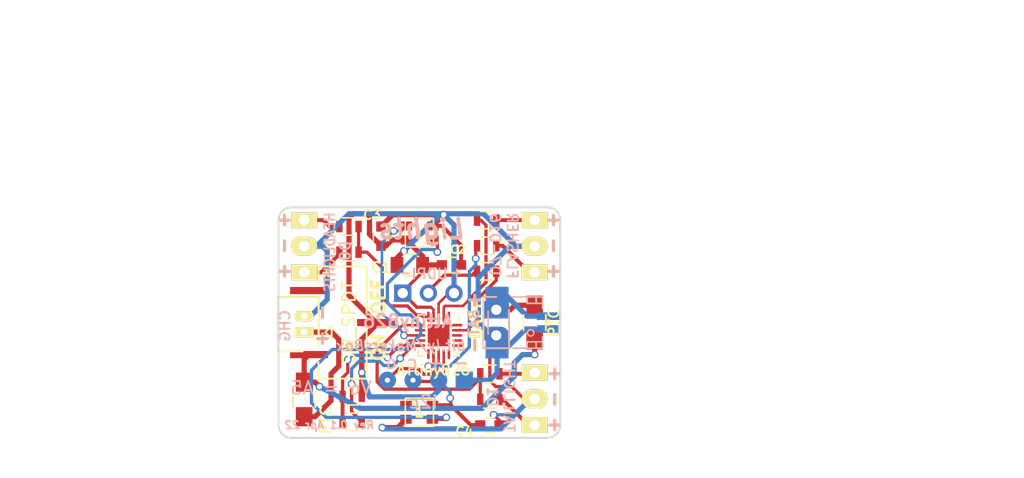
<source format=kicad_pcb>
(kicad_pcb (version 20171130) (host pcbnew "(5.1.10)-1")

  (general
    (thickness 1.6)
    (drawings 83)
    (tracks 276)
    (zones 0)
    (modules 27)
    (nets 24)
  )

  (page A)
  (title_block
    (title "Lights ATtiny826")
    (date 2022-03-18)
    (rev 0.0)
    (company www.MakersBox.us)
    (comment 1 648.ken@gmail.com)
  )

  (layers
    (0 F.Cu signal)
    (31 B.Cu signal)
    (32 B.Adhes user)
    (33 F.Adhes user)
    (34 B.Paste user)
    (35 F.Paste user)
    (36 B.SilkS user)
    (37 F.SilkS user)
    (38 B.Mask user)
    (39 F.Mask user)
    (40 Dwgs.User user)
    (41 Cmts.User user)
    (42 Eco1.User user)
    (43 Eco2.User user hide)
    (44 Edge.Cuts user)
    (45 Margin user)
    (46 B.CrtYd user)
    (47 F.CrtYd user)
    (48 B.Fab user)
    (49 F.Fab user)
  )

  (setup
    (last_trace_width 0.254)
    (user_trace_width 0.254)
    (user_trace_width 0.3048)
    (user_trace_width 0.4064)
    (user_trace_width 0.6096)
    (trace_clearance 0.2)
    (zone_clearance 0.508)
    (zone_45_only no)
    (trace_min 0.2)
    (via_size 0.6)
    (via_drill 0.4)
    (via_min_size 0.4)
    (via_min_drill 0.3)
    (uvia_size 0.3)
    (uvia_drill 0.1)
    (uvias_allowed no)
    (uvia_min_size 0.2)
    (uvia_min_drill 0.1)
    (edge_width 0.15)
    (segment_width 0.2)
    (pcb_text_width 0.3)
    (pcb_text_size 1.5 1.5)
    (mod_edge_width 0.15)
    (mod_text_size 1 1)
    (mod_text_width 0.15)
    (pad_size 0.8 0.2)
    (pad_drill 0)
    (pad_to_mask_clearance 0)
    (aux_axis_origin 0 0)
    (visible_elements 7FFFFFFF)
    (pcbplotparams
      (layerselection 0x00030_80000001)
      (usegerberextensions false)
      (usegerberattributes true)
      (usegerberadvancedattributes true)
      (creategerberjobfile true)
      (excludeedgelayer true)
      (linewidth 0.100000)
      (plotframeref false)
      (viasonmask false)
      (mode 1)
      (useauxorigin false)
      (hpglpennumber 1)
      (hpglpenspeed 20)
      (hpglpendiameter 15.000000)
      (psnegative false)
      (psa4output false)
      (plotreference true)
      (plotvalue true)
      (plotinvisibletext false)
      (padsonsilk false)
      (subtractmaskfromsilk false)
      (outputformat 1)
      (mirror false)
      (drillshape 0)
      (scaleselection 1)
      (outputdirectory ""))
  )

  (net 0 "")
  (net 1 GND)
  (net 2 "Net-(J6-Pad1)")
  (net 3 VCC)
  (net 4 /D1)
  (net 5 "Net-(J6-Pad3)")
  (net 6 "Net-(F1-Pad1)")
  (net 7 "Net-(F1-Pad2)")
  (net 8 "Net-(F2-Pad1)")
  (net 9 "Net-(J5-Pad1)")
  (net 10 "Net-(J5-Pad3)")
  (net 11 "Net-(J7-Pad1)")
  (net 12 "Net-(J7-Pad3)")
  (net 13 /UPDI)
  (net 14 /D16)
  (net 15 /D7)
  (net 16 /D0)
  (net 17 "Net-(J4-Pad2)")
  (net 18 "Net-(D0-Pad1)")
  (net 19 /D4)
  (net 20 /SCL)
  (net 21 /SDA)
  (net 22 /D3)
  (net 23 /D5)

  (net_class Default "This is the default net class."
    (clearance 0.2)
    (trace_width 0.2)
    (via_dia 0.6)
    (via_drill 0.4)
    (uvia_dia 0.3)
    (uvia_drill 0.1)
    (add_net /D0)
    (add_net /D1)
    (add_net /D16)
    (add_net /D3)
    (add_net /D4)
    (add_net /D5)
    (add_net /D7)
    (add_net /SCL)
    (add_net /SDA)
    (add_net /UPDI)
    (add_net GND)
    (add_net "Net-(D0-Pad1)")
    (add_net "Net-(F1-Pad1)")
    (add_net "Net-(F1-Pad2)")
    (add_net "Net-(F2-Pad1)")
    (add_net "Net-(J4-Pad2)")
    (add_net "Net-(J5-Pad1)")
    (add_net "Net-(J5-Pad3)")
    (add_net "Net-(J6-Pad1)")
    (add_net "Net-(J6-Pad3)")
    (add_net "Net-(J7-Pad1)")
    (add_net "Net-(J7-Pad3)")
    (add_net VCC)
  )

  (module footprints:WS2812B-2020 (layer F.Cu) (tedit 624D23AC) (tstamp 624D2208)
    (at 139 86)
    (descr https://cdn-shop.adafruit.com/product-files/2686/SK6812MINI_REV.01-1-2.pdf)
    (tags "LED RGB NeoPixel Mini")
    (path /624A44DE)
    (attr smd)
    (fp_text reference D0 (at 0 -1.8) (layer F.SilkS) hide
      (effects (font (size 0.8 0.8) (thickness 0.15)))
    )
    (fp_text value SK6812MINI (at 0 2) (layer F.Fab)
      (effects (font (size 0.8 0.8) (thickness 0.15)))
    )
    (fp_text user 1 (at 0 0) (layer F.SilkS)
      (effects (font (size 0.8 0.8) (thickness 0.15)))
    )
    (fp_text user %R (at 0 0) (layer F.Fab)
      (effects (font (size 0.5 0.5) (thickness 0.1)))
    )
    (fp_line (start -1.1 -1.1) (end 1.1 -1.1) (layer F.SilkS) (width 0.12))
    (fp_line (start 1.1 0) (end 1.1 -1.1) (layer F.SilkS) (width 0.12))
    (fp_line (start 1.1 1.1) (end 1.1 0) (layer F.SilkS) (width 0.12))
    (fp_line (start 1.1 1.1) (end -1.1 1.1) (layer F.SilkS) (width 0.12))
    (fp_line (start -1.1 1.1) (end -1.1 0) (layer F.SilkS) (width 0.12))
    (fp_circle (center 0.4 0.8) (end 0.5 0.8) (layer F.SilkS) (width 0.12))
    (fp_line (start -1.1 0) (end -1.1 -1.1) (layer F.SilkS) (width 0.12))
    (pad 1 smd rect (at 1.05 0.55) (size 0.9 0.7) (layers F.Cu F.Paste F.Mask)
      (net 18 "Net-(D0-Pad1)"))
    (pad 2 smd rect (at 1.05 -0.55) (size 0.9 0.7) (layers F.Cu F.Paste F.Mask)
      (net 1 GND))
    (pad 4 smd rect (at -1.015 0.55) (size 0.9 0.7) (layers F.Cu F.Paste F.Mask)
      (net 3 VCC))
    (pad 3 smd rect (at -1.015 -0.55) (size 0.9 0.7) (layers F.Cu F.Paste F.Mask)
      (net 22 /D3))
    (model ${KISYS3DMOD}/LED_SMD.3dshapes/LED_SK6812MINI_PLCC4_3.5x3.5mm_P1.75mm.wrl
      (at (xyz 0 0 0))
      (scale (xyz 1 1 1))
      (rotate (xyz 0 0 0))
    )
  )

  (module footprints:WS2812B-2020 (layer F.Cu) (tedit 624D2384) (tstamp 624D2218)
    (at 139 100 180)
    (descr https://cdn-shop.adafruit.com/product-files/2686/SK6812MINI_REV.01-1-2.pdf)
    (tags "LED RGB NeoPixel Mini")
    (path /624A7834)
    (attr smd)
    (fp_text reference D7 (at 0 -1.8 180) (layer F.SilkS) hide
      (effects (font (size 0.8 0.8) (thickness 0.15)))
    )
    (fp_text value SK6812MINI (at 0 2 180) (layer F.Fab)
      (effects (font (size 0.8 0.8) (thickness 0.15)))
    )
    (fp_line (start -1.1 0) (end -1.1 -1.1) (layer F.SilkS) (width 0.12))
    (fp_circle (center 0.4 0.8) (end 0.5 0.8) (layer F.SilkS) (width 0.12))
    (fp_line (start -1.1 1.1) (end -1.1 0) (layer F.SilkS) (width 0.12))
    (fp_line (start 1.1 1.1) (end -1.1 1.1) (layer F.SilkS) (width 0.12))
    (fp_line (start 1.1 1.1) (end 1.1 0) (layer F.SilkS) (width 0.12))
    (fp_line (start 1.1 0) (end 1.1 -1.1) (layer F.SilkS) (width 0.12))
    (fp_line (start -1.1 -1.1) (end 1.1 -1.1) (layer F.SilkS) (width 0.12))
    (fp_text user %R (at 0 0 180) (layer F.Fab)
      (effects (font (size 0.5 0.5) (thickness 0.1)))
    )
    (fp_text user 1 (at 0 0 180) (layer F.SilkS)
      (effects (font (size 0.8 0.8) (thickness 0.15)))
    )
    (pad 3 smd rect (at -1.015 -0.55 180) (size 0.9 0.7) (layers F.Cu F.Paste F.Mask)
      (net 18 "Net-(D0-Pad1)"))
    (pad 4 smd rect (at -1.015 0.55 180) (size 0.9 0.7) (layers F.Cu F.Paste F.Mask)
      (net 3 VCC))
    (pad 2 smd rect (at 1.05 -0.55 180) (size 0.9 0.7) (layers F.Cu F.Paste F.Mask)
      (net 1 GND))
    (pad 1 smd rect (at 1.05 0.55 180) (size 0.9 0.7) (layers F.Cu F.Paste F.Mask))
    (model ${KISYS3DMOD}/LED_SMD.3dshapes/LED_SK6812MINI_PLCC4_3.5x3.5mm_P1.75mm.wrl
      (at (xyz 0 0 0))
      (scale (xyz 1 1 1))
      (rotate (xyz 0 0 0))
    )
  )

  (module footprints:R_0603 (layer F.Cu) (tedit 624CEFCA) (tstamp 624A41DD)
    (at 133.5 87.5 180)
    (descr "Resistor SMD 0603, reflow soldering, Vishay (see dcrcw.pdf)")
    (tags "resistor 0603")
    (path /5EA726D2)
    (attr smd)
    (fp_text reference R3 (at 0 -1.45) (layer F.SilkS) hide
      (effects (font (size 1 1) (thickness 0.15)))
    )
    (fp_text value 100 (at 0 1.5) (layer F.SilkS) hide
      (effects (font (size 0.6 0.6) (thickness 0.15)))
    )
    (fp_text user %R (at 0 0) (layer F.Fab)
      (effects (font (size 0.4 0.4) (thickness 0.075)))
    )
    (fp_line (start -0.8 0.4) (end -0.8 -0.4) (layer F.Fab) (width 0.1))
    (fp_line (start 0.8 0.4) (end -0.8 0.4) (layer F.Fab) (width 0.1))
    (fp_line (start 0.8 -0.4) (end 0.8 0.4) (layer F.Fab) (width 0.1))
    (fp_line (start -0.8 -0.4) (end 0.8 -0.4) (layer F.Fab) (width 0.1))
    (fp_line (start 0.5 0.68) (end -0.5 0.68) (layer F.SilkS) (width 0.12))
    (fp_line (start -0.5 -0.68) (end 0.5 -0.68) (layer F.SilkS) (width 0.12))
    (fp_line (start -1.25 -0.7) (end 1.25 -0.7) (layer F.CrtYd) (width 0.05))
    (fp_line (start -1.25 -0.7) (end -1.25 0.7) (layer F.CrtYd) (width 0.05))
    (fp_line (start 1.25 0.7) (end 1.25 -0.7) (layer F.CrtYd) (width 0.05))
    (fp_line (start 1.25 0.7) (end -1.25 0.7) (layer F.CrtYd) (width 0.05))
    (pad 2 smd rect (at 0.75 0 180) (size 0.5 0.9) (layers F.Cu F.Paste F.Mask)
      (net 10 "Net-(J5-Pad3)"))
    (pad 1 smd rect (at -0.75 0 180) (size 0.5 0.9) (layers F.Cu F.Paste F.Mask)
      (net 16 /D0))
    (model ${KISYS3DMOD}/Resistors_SMD.3dshapes/R_0603.wrl
      (at (xyz 0 0 0))
      (scale (xyz 1 1 1))
      (rotate (xyz 0 0 0))
    )
  )

  (module footprints:R_0603 (layer F.Cu) (tedit 624CEFCA) (tstamp 624D2781)
    (at 144.5 99)
    (descr "Resistor SMD 0603, reflow soldering, Vishay (see dcrcw.pdf)")
    (tags "resistor 0603")
    (path /5EA72763)
    (attr smd)
    (fp_text reference R4 (at 0 -1.45) (layer F.SilkS) hide
      (effects (font (size 1 1) (thickness 0.15)))
    )
    (fp_text value 100 (at 0 1.5) (layer F.SilkS) hide
      (effects (font (size 0.6 0.6) (thickness 0.15)))
    )
    (fp_text user %R (at 0 0) (layer F.Fab)
      (effects (font (size 0.4 0.4) (thickness 0.075)))
    )
    (fp_line (start -0.8 0.4) (end -0.8 -0.4) (layer F.Fab) (width 0.1))
    (fp_line (start 0.8 0.4) (end -0.8 0.4) (layer F.Fab) (width 0.1))
    (fp_line (start 0.8 -0.4) (end 0.8 0.4) (layer F.Fab) (width 0.1))
    (fp_line (start -0.8 -0.4) (end 0.8 -0.4) (layer F.Fab) (width 0.1))
    (fp_line (start 0.5 0.68) (end -0.5 0.68) (layer F.SilkS) (width 0.12))
    (fp_line (start -0.5 -0.68) (end 0.5 -0.68) (layer F.SilkS) (width 0.12))
    (fp_line (start -1.25 -0.7) (end 1.25 -0.7) (layer F.CrtYd) (width 0.05))
    (fp_line (start -1.25 -0.7) (end -1.25 0.7) (layer F.CrtYd) (width 0.05))
    (fp_line (start 1.25 0.7) (end 1.25 -0.7) (layer F.CrtYd) (width 0.05))
    (fp_line (start 1.25 0.7) (end -1.25 0.7) (layer F.CrtYd) (width 0.05))
    (pad 2 smd rect (at 0.75 0) (size 0.5 0.9) (layers F.Cu F.Paste F.Mask)
      (net 2 "Net-(J6-Pad1)"))
    (pad 1 smd rect (at -0.75 0) (size 0.5 0.9) (layers F.Cu F.Paste F.Mask)
      (net 4 /D1))
    (model ${KISYS3DMOD}/Resistors_SMD.3dshapes/R_0603.wrl
      (at (xyz 0 0 0))
      (scale (xyz 1 1 1))
      (rotate (xyz 0 0 0))
    )
  )

  (module footprints:R_0603 (layer F.Cu) (tedit 624CEFCA) (tstamp 624A41FD)
    (at 144.5 97)
    (descr "Resistor SMD 0603, reflow soldering, Vishay (see dcrcw.pdf)")
    (tags "resistor 0603")
    (path /5EA727AD)
    (attr smd)
    (fp_text reference R5 (at 0 -1.45) (layer F.SilkS) hide
      (effects (font (size 1 1) (thickness 0.15)))
    )
    (fp_text value 100 (at 0 1.5) (layer F.SilkS) hide
      (effects (font (size 0.6 0.6) (thickness 0.15)))
    )
    (fp_text user %R (at 0 0) (layer F.Fab)
      (effects (font (size 0.4 0.4) (thickness 0.075)))
    )
    (fp_line (start -0.8 0.4) (end -0.8 -0.4) (layer F.Fab) (width 0.1))
    (fp_line (start 0.8 0.4) (end -0.8 0.4) (layer F.Fab) (width 0.1))
    (fp_line (start 0.8 -0.4) (end 0.8 0.4) (layer F.Fab) (width 0.1))
    (fp_line (start -0.8 -0.4) (end 0.8 -0.4) (layer F.Fab) (width 0.1))
    (fp_line (start 0.5 0.68) (end -0.5 0.68) (layer F.SilkS) (width 0.12))
    (fp_line (start -0.5 -0.68) (end 0.5 -0.68) (layer F.SilkS) (width 0.12))
    (fp_line (start -1.25 -0.7) (end 1.25 -0.7) (layer F.CrtYd) (width 0.05))
    (fp_line (start -1.25 -0.7) (end -1.25 0.7) (layer F.CrtYd) (width 0.05))
    (fp_line (start 1.25 0.7) (end 1.25 -0.7) (layer F.CrtYd) (width 0.05))
    (fp_line (start 1.25 0.7) (end -1.25 0.7) (layer F.CrtYd) (width 0.05))
    (pad 2 smd rect (at 0.75 0) (size 0.5 0.9) (layers F.Cu F.Paste F.Mask)
      (net 5 "Net-(J6-Pad3)"))
    (pad 1 smd rect (at -0.75 0) (size 0.5 0.9) (layers F.Cu F.Paste F.Mask)
      (net 4 /D1))
    (model ${KISYS3DMOD}/Resistors_SMD.3dshapes/R_0603.wrl
      (at (xyz 0 0 0))
      (scale (xyz 1 1 1))
      (rotate (xyz 0 0 0))
    )
  )

  (module footprints:R_0603 (layer F.Cu) (tedit 624CEFCA) (tstamp 624A420D)
    (at 144.25 85)
    (descr "Resistor SMD 0603, reflow soldering, Vishay (see dcrcw.pdf)")
    (tags "resistor 0603")
    (path /6033C136)
    (attr smd)
    (fp_text reference R6 (at 0 -1.45) (layer F.SilkS) hide
      (effects (font (size 1 1) (thickness 0.15)))
    )
    (fp_text value 100 (at 0 1.5) (layer F.SilkS) hide
      (effects (font (size 0.6 0.6) (thickness 0.15)))
    )
    (fp_text user %R (at 0 0) (layer F.Fab)
      (effects (font (size 0.4 0.4) (thickness 0.075)))
    )
    (fp_line (start -0.8 0.4) (end -0.8 -0.4) (layer F.Fab) (width 0.1))
    (fp_line (start 0.8 0.4) (end -0.8 0.4) (layer F.Fab) (width 0.1))
    (fp_line (start 0.8 -0.4) (end 0.8 0.4) (layer F.Fab) (width 0.1))
    (fp_line (start -0.8 -0.4) (end 0.8 -0.4) (layer F.Fab) (width 0.1))
    (fp_line (start 0.5 0.68) (end -0.5 0.68) (layer F.SilkS) (width 0.12))
    (fp_line (start -0.5 -0.68) (end 0.5 -0.68) (layer F.SilkS) (width 0.12))
    (fp_line (start -1.25 -0.7) (end 1.25 -0.7) (layer F.CrtYd) (width 0.05))
    (fp_line (start -1.25 -0.7) (end -1.25 0.7) (layer F.CrtYd) (width 0.05))
    (fp_line (start 1.25 0.7) (end 1.25 -0.7) (layer F.CrtYd) (width 0.05))
    (fp_line (start 1.25 0.7) (end -1.25 0.7) (layer F.CrtYd) (width 0.05))
    (pad 2 smd rect (at 0.75 0) (size 0.5 0.9) (layers F.Cu F.Paste F.Mask)
      (net 11 "Net-(J7-Pad1)"))
    (pad 1 smd rect (at -0.75 0) (size 0.5 0.9) (layers F.Cu F.Paste F.Mask)
      (net 14 /D16))
    (model ${KISYS3DMOD}/Resistors_SMD.3dshapes/R_0603.wrl
      (at (xyz 0 0 0))
      (scale (xyz 1 1 1))
      (rotate (xyz 0 0 0))
    )
  )

  (module footprints:R_0603 (layer F.Cu) (tedit 624CEFCA) (tstamp 624A421D)
    (at 144.25 87)
    (descr "Resistor SMD 0603, reflow soldering, Vishay (see dcrcw.pdf)")
    (tags "resistor 0603")
    (path /6033C13C)
    (attr smd)
    (fp_text reference R7 (at 0 -1.45) (layer F.SilkS) hide
      (effects (font (size 1 1) (thickness 0.15)))
    )
    (fp_text value 100 (at 0 1.5) (layer F.SilkS) hide
      (effects (font (size 0.6 0.6) (thickness 0.15)))
    )
    (fp_text user %R (at 0 0) (layer F.Fab)
      (effects (font (size 0.4 0.4) (thickness 0.075)))
    )
    (fp_line (start -0.8 0.4) (end -0.8 -0.4) (layer F.Fab) (width 0.1))
    (fp_line (start 0.8 0.4) (end -0.8 0.4) (layer F.Fab) (width 0.1))
    (fp_line (start 0.8 -0.4) (end 0.8 0.4) (layer F.Fab) (width 0.1))
    (fp_line (start -0.8 -0.4) (end 0.8 -0.4) (layer F.Fab) (width 0.1))
    (fp_line (start 0.5 0.68) (end -0.5 0.68) (layer F.SilkS) (width 0.12))
    (fp_line (start -0.5 -0.68) (end 0.5 -0.68) (layer F.SilkS) (width 0.12))
    (fp_line (start -1.25 -0.7) (end 1.25 -0.7) (layer F.CrtYd) (width 0.05))
    (fp_line (start -1.25 -0.7) (end -1.25 0.7) (layer F.CrtYd) (width 0.05))
    (fp_line (start 1.25 0.7) (end 1.25 -0.7) (layer F.CrtYd) (width 0.05))
    (fp_line (start 1.25 0.7) (end -1.25 0.7) (layer F.CrtYd) (width 0.05))
    (pad 2 smd rect (at 0.75 0) (size 0.5 0.9) (layers F.Cu F.Paste F.Mask)
      (net 12 "Net-(J7-Pad3)"))
    (pad 1 smd rect (at -0.75 0) (size 0.5 0.9) (layers F.Cu F.Paste F.Mask)
      (net 15 /D7))
    (model ${KISYS3DMOD}/Resistors_SMD.3dshapes/R_0603.wrl
      (at (xyz 0 0 0))
      (scale (xyz 1 1 1))
      (rotate (xyz 0 0 0))
    )
  )

  (module footprints:R_0603 (layer F.Cu) (tedit 624CEFCA) (tstamp 624D0568)
    (at 144.25 89 180)
    (descr "Resistor SMD 0603, reflow soldering, Vishay (see dcrcw.pdf)")
    (tags "resistor 0603")
    (path /5B44E5C9)
    (attr smd)
    (fp_text reference R10 (at 0 -1.45) (layer F.SilkS) hide
      (effects (font (size 1 1) (thickness 0.15)))
    )
    (fp_text value 100 (at 0 1.5) (layer F.SilkS) hide
      (effects (font (size 0.6 0.6) (thickness 0.15)))
    )
    (fp_text user %R (at 0 0) (layer F.Fab)
      (effects (font (size 0.4 0.4) (thickness 0.075)))
    )
    (fp_line (start -0.8 0.4) (end -0.8 -0.4) (layer F.Fab) (width 0.1))
    (fp_line (start 0.8 0.4) (end -0.8 0.4) (layer F.Fab) (width 0.1))
    (fp_line (start 0.8 -0.4) (end 0.8 0.4) (layer F.Fab) (width 0.1))
    (fp_line (start -0.8 -0.4) (end 0.8 -0.4) (layer F.Fab) (width 0.1))
    (fp_line (start 0.5 0.68) (end -0.5 0.68) (layer F.SilkS) (width 0.12))
    (fp_line (start -0.5 -0.68) (end 0.5 -0.68) (layer F.SilkS) (width 0.12))
    (fp_line (start -1.25 -0.7) (end 1.25 -0.7) (layer F.CrtYd) (width 0.05))
    (fp_line (start -1.25 -0.7) (end -1.25 0.7) (layer F.CrtYd) (width 0.05))
    (fp_line (start 1.25 0.7) (end 1.25 -0.7) (layer F.CrtYd) (width 0.05))
    (fp_line (start 1.25 0.7) (end -1.25 0.7) (layer F.CrtYd) (width 0.05))
    (pad 2 smd rect (at 0.75 0 180) (size 0.5 0.9) (layers F.Cu F.Paste F.Mask)
      (net 17 "Net-(J4-Pad2)"))
    (pad 1 smd rect (at -0.75 0 180) (size 0.5 0.9) (layers F.Cu F.Paste F.Mask)
      (net 13 /UPDI))
    (model ${KISYS3DMOD}/Resistors_SMD.3dshapes/R_0603.wrl
      (at (xyz 0 0 0))
      (scale (xyz 1 1 1))
      (rotate (xyz 0 0 0))
    )
  )

  (module footprints:R_0603 (layer F.Cu) (tedit 624CEFCA) (tstamp 624A423D)
    (at 133.5 85.5 180)
    (descr "Resistor SMD 0603, reflow soldering, Vishay (see dcrcw.pdf)")
    (tags "resistor 0603")
    (path /5EA72640)
    (attr smd)
    (fp_text reference R11 (at 0 -1.45) (layer F.SilkS) hide
      (effects (font (size 1 1) (thickness 0.15)))
    )
    (fp_text value 100 (at 0 1.5) (layer F.SilkS) hide
      (effects (font (size 0.6 0.6) (thickness 0.15)))
    )
    (fp_text user %R (at 0 0) (layer F.Fab)
      (effects (font (size 0.4 0.4) (thickness 0.075)))
    )
    (fp_line (start -0.8 0.4) (end -0.8 -0.4) (layer F.Fab) (width 0.1))
    (fp_line (start 0.8 0.4) (end -0.8 0.4) (layer F.Fab) (width 0.1))
    (fp_line (start 0.8 -0.4) (end 0.8 0.4) (layer F.Fab) (width 0.1))
    (fp_line (start -0.8 -0.4) (end 0.8 -0.4) (layer F.Fab) (width 0.1))
    (fp_line (start 0.5 0.68) (end -0.5 0.68) (layer F.SilkS) (width 0.12))
    (fp_line (start -0.5 -0.68) (end 0.5 -0.68) (layer F.SilkS) (width 0.12))
    (fp_line (start -1.25 -0.7) (end 1.25 -0.7) (layer F.CrtYd) (width 0.05))
    (fp_line (start -1.25 -0.7) (end -1.25 0.7) (layer F.CrtYd) (width 0.05))
    (fp_line (start 1.25 0.7) (end 1.25 -0.7) (layer F.CrtYd) (width 0.05))
    (fp_line (start 1.25 0.7) (end -1.25 0.7) (layer F.CrtYd) (width 0.05))
    (pad 2 smd rect (at 0.75 0 180) (size 0.5 0.9) (layers F.Cu F.Paste F.Mask)
      (net 9 "Net-(J5-Pad1)"))
    (pad 1 smd rect (at -0.75 0 180) (size 0.5 0.9) (layers F.Cu F.Paste F.Mask)
      (net 16 /D0))
    (model ${KISYS3DMOD}/Resistors_SMD.3dshapes/R_0603.wrl
      (at (xyz 0 0 0))
      (scale (xyz 1 1 1))
      (rotate (xyz 0 0 0))
    )
  )

  (module footprints:R_0603 (layer F.Cu) (tedit 624CEFCA) (tstamp 62364C3D)
    (at 133.75 98.75 180)
    (descr "Resistor SMD 0603, reflow soldering, Vishay (see dcrcw.pdf)")
    (tags "resistor 0603")
    (path /62366FAD)
    (attr smd)
    (fp_text reference R1 (at 0 -1.45) (layer F.SilkS) hide
      (effects (font (size 1 1) (thickness 0.15)))
    )
    (fp_text value 1 (at -0.05 0) (layer F.SilkS) hide
      (effects (font (size 0.6 0.6) (thickness 0.15)))
    )
    (fp_text user %R (at 0 0) (layer F.Fab)
      (effects (font (size 0.4 0.4) (thickness 0.075)))
    )
    (fp_line (start -0.8 0.4) (end -0.8 -0.4) (layer F.Fab) (width 0.1))
    (fp_line (start 0.8 0.4) (end -0.8 0.4) (layer F.Fab) (width 0.1))
    (fp_line (start 0.8 -0.4) (end 0.8 0.4) (layer F.Fab) (width 0.1))
    (fp_line (start -0.8 -0.4) (end 0.8 -0.4) (layer F.Fab) (width 0.1))
    (fp_line (start 0.5 0.68) (end -0.5 0.68) (layer F.SilkS) (width 0.12))
    (fp_line (start -0.5 -0.68) (end 0.5 -0.68) (layer F.SilkS) (width 0.12))
    (fp_line (start -1.25 -0.7) (end 1.25 -0.7) (layer F.CrtYd) (width 0.05))
    (fp_line (start -1.25 -0.7) (end -1.25 0.7) (layer F.CrtYd) (width 0.05))
    (fp_line (start 1.25 0.7) (end 1.25 -0.7) (layer F.CrtYd) (width 0.05))
    (fp_line (start 1.25 0.7) (end -1.25 0.7) (layer F.CrtYd) (width 0.05))
    (pad 2 smd rect (at 0.75 0 180) (size 0.5 0.9) (layers F.Cu F.Paste F.Mask)
      (net 19 /D4))
    (pad 1 smd rect (at -0.75 0 180) (size 0.5 0.9) (layers F.Cu F.Paste F.Mask)
      (net 3 VCC))
    (model ${KISYS3DMOD}/Resistors_SMD.3dshapes/R_0603.wrl
      (at (xyz 0 0 0))
      (scale (xyz 1 1 1))
      (rotate (xyz 0 0 0))
    )
  )

  (module footprints:R_0603 (layer F.Cu) (tedit 624CEFCA) (tstamp 62364216)
    (at 133.75 100.75)
    (descr "Resistor SMD 0603, reflow soldering, Vishay (see dcrcw.pdf)")
    (tags "resistor 0603")
    (path /62367648)
    (attr smd)
    (fp_text reference R2 (at 0 -1.45) (layer F.SilkS) hide
      (effects (font (size 1 1) (thickness 0.15)))
    )
    (fp_text value 2 (at -0.05 0) (layer F.SilkS) hide
      (effects (font (size 0.6 0.6) (thickness 0.15)))
    )
    (fp_text user %R (at 0 0) (layer F.Fab)
      (effects (font (size 0.4 0.4) (thickness 0.075)))
    )
    (fp_line (start -0.8 0.4) (end -0.8 -0.4) (layer F.Fab) (width 0.1))
    (fp_line (start 0.8 0.4) (end -0.8 0.4) (layer F.Fab) (width 0.1))
    (fp_line (start 0.8 -0.4) (end 0.8 0.4) (layer F.Fab) (width 0.1))
    (fp_line (start -0.8 -0.4) (end 0.8 -0.4) (layer F.Fab) (width 0.1))
    (fp_line (start 0.5 0.68) (end -0.5 0.68) (layer F.SilkS) (width 0.12))
    (fp_line (start -0.5 -0.68) (end 0.5 -0.68) (layer F.SilkS) (width 0.12))
    (fp_line (start -1.25 -0.7) (end 1.25 -0.7) (layer F.CrtYd) (width 0.05))
    (fp_line (start -1.25 -0.7) (end -1.25 0.7) (layer F.CrtYd) (width 0.05))
    (fp_line (start 1.25 0.7) (end 1.25 -0.7) (layer F.CrtYd) (width 0.05))
    (fp_line (start 1.25 0.7) (end -1.25 0.7) (layer F.CrtYd) (width 0.05))
    (pad 2 smd rect (at 0.75 0) (size 0.5 0.9) (layers F.Cu F.Paste F.Mask)
      (net 23 /D5))
    (pad 1 smd rect (at -0.75 0) (size 0.5 0.9) (layers F.Cu F.Paste F.Mask)
      (net 19 /D4))
    (model ${KISYS3DMOD}/Resistors_SMD.3dshapes/R_0603.wrl
      (at (xyz 0 0 0))
      (scale (xyz 1 1 1))
      (rotate (xyz 0 0 0))
    )
  )

  (module footprints:C_0603 (layer F.Cu) (tedit 59958EE7) (tstamp 624A3B85)
    (at 136 86.25 90)
    (descr "Capacitor SMD 0603, reflow soldering, AVX (see smccp.pdf)")
    (tags "capacitor 0603")
    (path /624C081F)
    (attr smd)
    (fp_text reference C3 (at 1.65 -0.7 180) (layer F.SilkS)
      (effects (font (size 0.7 0.7) (thickness 0.15)))
    )
    (fp_text value 1uF (at 0 1.5 90) (layer F.Fab)
      (effects (font (size 1 1) (thickness 0.15)))
    )
    (fp_line (start 1.4 0.65) (end -1.4 0.65) (layer F.CrtYd) (width 0.05))
    (fp_line (start 1.4 0.65) (end 1.4 -0.65) (layer F.CrtYd) (width 0.05))
    (fp_line (start -1.4 -0.65) (end -1.4 0.65) (layer F.CrtYd) (width 0.05))
    (fp_line (start -1.4 -0.65) (end 1.4 -0.65) (layer F.CrtYd) (width 0.05))
    (fp_line (start 0.35 0.6) (end -0.35 0.6) (layer F.SilkS) (width 0.12))
    (fp_line (start -0.35 -0.6) (end 0.35 -0.6) (layer F.SilkS) (width 0.12))
    (fp_line (start -0.8 -0.4) (end 0.8 -0.4) (layer F.Fab) (width 0.1))
    (fp_line (start 0.8 -0.4) (end 0.8 0.4) (layer F.Fab) (width 0.1))
    (fp_line (start 0.8 0.4) (end -0.8 0.4) (layer F.Fab) (width 0.1))
    (fp_line (start -0.8 0.4) (end -0.8 -0.4) (layer F.Fab) (width 0.1))
    (fp_text user %R (at 0 0 90) (layer F.Fab)
      (effects (font (size 0.3 0.3) (thickness 0.075)))
    )
    (pad 2 smd rect (at 0.75 0 90) (size 0.8 0.75) (layers F.Cu F.Paste F.Mask)
      (net 1 GND))
    (pad 1 smd rect (at -0.75 0 90) (size 0.8 0.75) (layers F.Cu F.Paste F.Mask)
      (net 3 VCC))
    (model Capacitors_SMD.3dshapes/C_0603.wrl
      (at (xyz 0 0 0))
      (scale (xyz 1 1 1))
      (rotate (xyz 0 0 0))
    )
  )

  (module footprints:C_0603 (layer F.Cu) (tedit 59958EE7) (tstamp 624A3FAD)
    (at 144.5 101)
    (descr "Capacitor SMD 0603, reflow soldering, AVX (see smccp.pdf)")
    (tags "capacitor 0603")
    (path /624C29E1)
    (attr smd)
    (fp_text reference C4 (at -2 0.5) (layer F.SilkS)
      (effects (font (size 0.7 0.7) (thickness 0.15)))
    )
    (fp_text value 1uF (at 0 1.5) (layer F.Fab)
      (effects (font (size 1 1) (thickness 0.15)))
    )
    (fp_line (start -0.8 0.4) (end -0.8 -0.4) (layer F.Fab) (width 0.1))
    (fp_line (start 0.8 0.4) (end -0.8 0.4) (layer F.Fab) (width 0.1))
    (fp_line (start 0.8 -0.4) (end 0.8 0.4) (layer F.Fab) (width 0.1))
    (fp_line (start -0.8 -0.4) (end 0.8 -0.4) (layer F.Fab) (width 0.1))
    (fp_line (start -0.35 -0.6) (end 0.35 -0.6) (layer F.SilkS) (width 0.12))
    (fp_line (start 0.35 0.6) (end -0.35 0.6) (layer F.SilkS) (width 0.12))
    (fp_line (start -1.4 -0.65) (end 1.4 -0.65) (layer F.CrtYd) (width 0.05))
    (fp_line (start -1.4 -0.65) (end -1.4 0.65) (layer F.CrtYd) (width 0.05))
    (fp_line (start 1.4 0.65) (end 1.4 -0.65) (layer F.CrtYd) (width 0.05))
    (fp_line (start 1.4 0.65) (end -1.4 0.65) (layer F.CrtYd) (width 0.05))
    (fp_text user %R (at 0 0) (layer F.Fab)
      (effects (font (size 0.3 0.3) (thickness 0.075)))
    )
    (pad 1 smd rect (at -0.75 0) (size 0.8 0.75) (layers F.Cu F.Paste F.Mask)
      (net 3 VCC))
    (pad 2 smd rect (at 0.75 0) (size 0.8 0.75) (layers F.Cu F.Paste F.Mask)
      (net 1 GND))
    (model Capacitors_SMD.3dshapes/C_0603.wrl
      (at (xyz 0 0 0))
      (scale (xyz 1 1 1))
      (rotate (xyz 0 0 0))
    )
  )

  (module footprints:PIN_HEADER_LED (layer B.Cu) (tedit 6234EFD3) (tstamp 60357F5B)
    (at 145 92 180)
    (descr "Through hole straight pin header, 1x02, 2.00mm pitch, single row")
    (tags "Through hole pin header THT 1x02 2.00mm single row")
    (path /60347008)
    (fp_text reference J2 (at 0 2.06 180) (layer B.SilkS) hide
      (effects (font (size 1 1) (thickness 0.15)) (justify mirror))
    )
    (fp_text value BAT (at 1.75 -1 270) (layer B.SilkS)
      (effects (font (size 0.8 0.8) (thickness 0.15)) (justify mirror))
    )
    (fp_line (start -1 0) (end -1 -3) (layer B.SilkS) (width 0.15))
    (fp_line (start -1 -3) (end 1 -3) (layer B.SilkS) (width 0.15))
    (fp_line (start 1 -3) (end 1 1) (layer B.SilkS) (width 0.15))
    (fp_line (start 1 1) (end 0 1) (layer B.SilkS) (width 0.15))
    (fp_line (start -0.5 1) (end 1 1) (layer B.Fab) (width 0.1))
    (fp_line (start 1 1) (end 1 -3) (layer B.Fab) (width 0.1))
    (fp_line (start 1 -3) (end -1 -3) (layer B.Fab) (width 0.1))
    (fp_line (start -1 -3) (end -1 0.5) (layer B.Fab) (width 0.1))
    (fp_line (start -1 0.5) (end -0.5 1) (layer B.Fab) (width 0.1))
    (fp_line (start -1.5 1.5) (end -1.5 -3.5) (layer B.CrtYd) (width 0.05))
    (fp_line (start -1.5 -3.5) (end 1.5 -3.5) (layer B.CrtYd) (width 0.05))
    (fp_line (start 1.5 -3.5) (end 1.5 1.5) (layer B.CrtYd) (width 0.05))
    (fp_line (start 1.5 1.5) (end -1.5 1.5) (layer B.CrtYd) (width 0.05))
    (fp_text user %R (at 0 -1 90) (layer B.Fab)
      (effects (font (size 1 1) (thickness 0.15)) (justify mirror))
    )
    (pad 1 thru_hole rect (at 0 0 180) (size 2 1.35) (drill 0.8) (layers *.Cu *.Mask)
      (net 8 "Net-(F2-Pad1)"))
    (pad 2 thru_hole oval (at 0 -2 180) (size 2 1.35) (drill 0.8) (layers *.Cu *.Mask)
      (net 1 GND))
    (model ${KISYS3DMOD}/Pin_Headers.3dshapes/Pin_Header_Straight_1x02_Pitch2.00mm.wrl
      (at (xyz 0 0 0))
      (scale (xyz 1 1 1))
      (rotate (xyz 0 0 0))
    )
  )

  (module footprints:JST_SH_SM02B_hand_solder (layer B.Cu) (tedit 6041D3AA) (tstamp 60425510)
    (at 147 93 90)
    (descr http://www.jst-mfg.com/product/pdf/eng/eSH.pdf)
    (tags "connector jst sh")
    (path /6041C3A6)
    (attr smd)
    (fp_text reference J1 (at -0.5 4 90) (layer B.SilkS) hide
      (effects (font (size 1 1) (thickness 0.15)) (justify mirror))
    )
    (fp_text value JST-SH (at 0 -4.5 90) (layer B.Fab)
      (effects (font (size 1 1) (thickness 0.15)) (justify mirror))
    )
    (fp_circle (center -0.8 0.6875) (end -0.55 0.6875) (layer B.SilkS) (width 0.12))
    (fp_line (start -0.9 -2.6375) (end 0.9 -2.6375) (layer B.SilkS) (width 0.12))
    (fp_line (start -2 -0.7375) (end -2 1.6125) (layer B.SilkS) (width 0.12))
    (fp_line (start -2 1.6125) (end -1.1 1.6125) (layer B.SilkS) (width 0.12))
    (fp_line (start -1.5 1.6125) (end -1.5 0.4125) (layer B.SilkS) (width 0.12))
    (fp_line (start -1.5 0.4125) (end -1.5 0.4125) (layer B.SilkS) (width 0.12))
    (fp_line (start -1.5 0.4125) (end -1.5 1.6125) (layer B.SilkS) (width 0.12))
    (fp_line (start -1.5 1.6125) (end -1.5 1.6125) (layer B.SilkS) (width 0.12))
    (fp_line (start -1.5 1.1125) (end -1.5 1.1125) (layer B.SilkS) (width 0.12))
    (fp_line (start -1.5 1.1125) (end -2 1.1125) (layer B.SilkS) (width 0.12))
    (fp_line (start -2 1.1125) (end -2 1.1125) (layer B.SilkS) (width 0.12))
    (fp_line (start -2 1.1125) (end -1.5 1.1125) (layer B.SilkS) (width 0.12))
    (fp_line (start -1.5 0.4125) (end -1.5 0.4125) (layer B.SilkS) (width 0.12))
    (fp_line (start -1.5 0.4125) (end -2 0.4125) (layer B.SilkS) (width 0.12))
    (fp_line (start -2 0.4125) (end -2 0.4125) (layer B.SilkS) (width 0.12))
    (fp_line (start -2 0.4125) (end -1.5 0.4125) (layer B.SilkS) (width 0.12))
    (fp_line (start 2 -0.7375) (end 2 1.6125) (layer B.SilkS) (width 0.12))
    (fp_line (start 2 1.6125) (end 1.1 1.6125) (layer B.SilkS) (width 0.12))
    (fp_line (start 1.5 1.6125) (end 1.5 0.4125) (layer B.SilkS) (width 0.12))
    (fp_line (start 1.5 0.4125) (end 1.5 0.4125) (layer B.SilkS) (width 0.12))
    (fp_line (start 1.5 0.4125) (end 1.5 1.6125) (layer B.SilkS) (width 0.12))
    (fp_line (start 1.5 1.6125) (end 1.5 1.6125) (layer B.SilkS) (width 0.12))
    (fp_line (start 1.5 1.1125) (end 1.5 1.1125) (layer B.SilkS) (width 0.12))
    (fp_line (start 1.5 1.1125) (end 2 1.1125) (layer B.SilkS) (width 0.12))
    (fp_line (start 2 1.1125) (end 2 1.1125) (layer B.SilkS) (width 0.12))
    (fp_line (start 2 1.1125) (end 1.5 1.1125) (layer B.SilkS) (width 0.12))
    (fp_line (start 1.5 0.4125) (end 1.5 0.4125) (layer B.SilkS) (width 0.12))
    (fp_line (start 1.5 0.4125) (end 2 0.4125) (layer B.SilkS) (width 0.12))
    (fp_line (start 2 0.4125) (end 2 0.4125) (layer B.SilkS) (width 0.12))
    (fp_line (start 2 0.4125) (end 1.5 0.4125) (layer B.SilkS) (width 0.12))
    (fp_line (start -2.9 -3.35) (end -2.9 3.25) (layer B.CrtYd) (width 0.05))
    (fp_line (start -2.9 3.25) (end 2.9 3.25) (layer B.CrtYd) (width 0.05))
    (fp_line (start 2.9 3.25) (end 2.9 -3.35) (layer B.CrtYd) (width 0.05))
    (fp_line (start 2.9 -3.35) (end -2.9 -3.35) (layer B.CrtYd) (width 0.05))
    (pad 1 smd rect (at -0.5 2.0375 90) (size 0.6 1.65) (layers B.Cu B.Paste B.Mask)
      (net 1 GND))
    (pad 2 smd rect (at 0.5 2.0375 90) (size 0.6 1.75) (layers B.Cu B.Paste B.Mask)
      (net 8 "Net-(F2-Pad1)"))
    (pad 1 smd rect (at -2 -1.9375 90) (size 1.6 1.8) (layers B.Cu B.Paste B.Mask)
      (net 1 GND))
    (pad 2 smd rect (at 2 -1.9375 90) (size 1.6 1.8) (layers B.Cu B.Paste B.Mask)
      (net 8 "Net-(F2-Pad1)"))
  )

  (module footprints:Connector_Molex_PicoBlade_53047-0210 (layer F.Cu) (tedit 6041C13B) (tstamp 6033516F)
    (at 130 93.75 90)
    (descr "Molex PicoBlade 1.25mm shrouded header. Vertical. 2 ways")
    (path /5B7F07B5)
    (fp_text reference J3 (at 1 3.25 90) (layer F.SilkS) hide
      (effects (font (size 1 1) (thickness 0.15)))
    )
    (fp_text value CHG (at 0.5 -1.5 90) (layer B.SilkS)
      (effects (font (size 0.8 0.8) (thickness 0.15)) (justify mirror))
    )
    (fp_line (start -1.5 -0.12) (end -1.5 -2.05) (layer F.SilkS) (width 0.15))
    (fp_line (start -1.5 -2.05) (end 2.75 -2.05) (layer F.SilkS) (width 0.15))
    (fp_line (start 2.75 -2.05) (end 2.75 1.15) (layer F.SilkS) (width 0.15))
    (fp_line (start 2.75 1.15) (end -0.23 1.15) (layer F.SilkS) (width 0.15))
    (fp_line (start 0 1.65) (end 0.5 2.15) (layer F.SilkS) (width 0.15))
    (fp_line (start 0.5 2.15) (end -0.5 2.15) (layer F.SilkS) (width 0.15))
    (fp_line (start -0.5 2.15) (end 0 1.65) (layer F.SilkS) (width 0.15))
    (fp_line (start -0.23 1.15) (end -1.5 -0.12) (layer F.Fab) (width 0.2))
    (fp_line (start -1.5 -0.12) (end -1.5 -2.05) (layer F.Fab) (width 0.2))
    (fp_line (start -1.5 -2.05) (end 2.75 -2.05) (layer F.Fab) (width 0.2))
    (fp_line (start 2.75 -2.05) (end 2.75 1.15) (layer F.Fab) (width 0.2))
    (fp_line (start 2.75 1.15) (end -0.23 1.15) (layer F.Fab) (width 0.2))
    (pad 1 thru_hole rect (at 0 0 90) (size 0.8 1.5) (drill 0.5) (layers *.Cu *.Mask F.SilkS)
      (net 6 "Net-(F1-Pad1)"))
    (pad 2 thru_hole oval (at 1.25 0 90) (size 0.8 1.5) (drill 0.5) (layers *.Cu *.Mask F.SilkS)
      (net 1 GND))
    (model Connectors_Molex.3dshapes/Connector_Molex_PicoBlade_53047-0210.wrl
      (offset (xyz 0.6249923906135559 0 0))
      (scale (xyz 1 1 1))
      (rotate (xyz 0 0 180))
    )
  )

  (module footprints:JS102011SCQN (layer F.Cu) (tedit 6041C156) (tstamp 60333A88)
    (at 133 93)
    (path /5B9534D5)
    (fp_text reference SW1 (at 0 0) (layer F.SilkS) hide
      (effects (font (size 1 1) (thickness 0.15)))
    )
    (fp_text value SW_SPDT (at 0.5 0 270) (layer F.SilkS)
      (effects (font (size 1 1) (thickness 0.15)))
    )
    (fp_line (start -1.7526 -2.246) (end -1.7526 -2.754) (layer F.Fab) (width 0.1524))
    (fp_line (start -1.7526 -2.754) (end -3.7465 -2.754) (layer F.Fab) (width 0.1524))
    (fp_line (start -3.7465 -2.754) (end -3.7465 -2.246) (layer F.Fab) (width 0.1524))
    (fp_line (start -3.7465 -2.246) (end -1.7526 -2.246) (layer F.Fab) (width 0.1524))
    (fp_line (start -1.7526 2.754) (end -1.7526 2.246) (layer F.Fab) (width 0.1524))
    (fp_line (start -1.7526 2.246) (end -3.7465 2.246) (layer F.Fab) (width 0.1524))
    (fp_line (start -3.7465 2.246) (end -3.7465 2.754) (layer F.Fab) (width 0.1524))
    (fp_line (start -3.7465 2.754) (end -1.7526 2.754) (layer F.Fab) (width 0.1524))
    (fp_line (start 1.7526 -0.254) (end 1.7526 0.254) (layer F.Fab) (width 0.1524))
    (fp_line (start 1.7526 0.254) (end 3.7465 0.254) (layer F.Fab) (width 0.1524))
    (fp_line (start 3.7465 0.254) (end 3.7465 -0.254) (layer F.Fab) (width 0.1524))
    (fp_line (start 3.7465 -0.254) (end 1.7526 -0.254) (layer F.Fab) (width 0.1524))
    (fp_line (start -0.8001 0.8001) (end -0.8001 -0.8001) (layer F.Fab) (width 0.1524))
    (fp_line (start -0.8001 -0.8001) (end 0.8001 -0.8001) (layer F.Fab) (width 0.1524))
    (fp_line (start 0.8001 -0.8001) (end 0.8001 0.8001) (layer F.Fab) (width 0.1524))
    (fp_line (start 0.8001 0.8001) (end -0.8001 0.8001) (layer F.Fab) (width 0.1524))
    (fp_line (start -1.8796 4.3815) (end 1.8796 4.3815) (layer F.SilkS) (width 0.1524))
    (fp_line (start 1.8796 4.3815) (end 1.8796 0.61214) (layer F.SilkS) (width 0.1524))
    (fp_line (start 1.8796 -4.3815) (end -1.8796 -4.3815) (layer F.SilkS) (width 0.1524))
    (fp_line (start -1.8796 -4.3815) (end -1.8796 -3.11214) (layer F.SilkS) (width 0.1524))
    (fp_line (start -1.7526 4.2545) (end 1.7526 4.2545) (layer F.Fab) (width 0.1524))
    (fp_line (start 1.7526 4.2545) (end 1.7526 -4.2545) (layer F.Fab) (width 0.1524))
    (fp_line (start 1.7526 -4.2545) (end -1.7526 -4.2545) (layer F.Fab) (width 0.1524))
    (fp_line (start -1.7526 -4.2545) (end -1.7526 4.2545) (layer F.Fab) (width 0.1524))
    (fp_line (start -1.8796 -1.88786) (end -1.8796 1.88786) (layer F.SilkS) (width 0.1524))
    (fp_line (start -1.8796 3.11214) (end -1.8796 4.3815) (layer F.SilkS) (width 0.1524))
    (fp_line (start 1.8796 -0.61214) (end 1.8796 -4.3815) (layer F.SilkS) (width 0.1524))
    (fp_line (start -2.0066 4.5085) (end -2.0066 3.008) (layer F.CrtYd) (width 0.1524))
    (fp_line (start -2.0066 3.008) (end -4.2545 3.008) (layer F.CrtYd) (width 0.1524))
    (fp_line (start -4.2545 3.008) (end -4.2545 -3.008) (layer F.CrtYd) (width 0.1524))
    (fp_line (start -4.2545 -3.008) (end -2.0066 -3.008) (layer F.CrtYd) (width 0.1524))
    (fp_line (start -2.0066 -3.008) (end -2.0066 -4.5085) (layer F.CrtYd) (width 0.1524))
    (fp_line (start -2.0066 -4.5085) (end 2.0066 -4.5085) (layer F.CrtYd) (width 0.1524))
    (fp_line (start 2.0066 -4.5085) (end 2.0066 -3.008) (layer F.CrtYd) (width 0.1524))
    (fp_line (start 2.0066 -3.008) (end 4.2545 -3.008) (layer F.CrtYd) (width 0.1524))
    (fp_line (start 4.2545 -3.008) (end 4.2545 3.008) (layer F.CrtYd) (width 0.1524))
    (fp_line (start 4.2545 3.008) (end 2.0066 3.008) (layer F.CrtYd) (width 0.1524))
    (fp_line (start 2.0066 3.008) (end 2.0066 4.5085) (layer F.CrtYd) (width 0.1524))
    (fp_line (start 2.0066 4.5085) (end -2.0066 4.5085) (layer F.CrtYd) (width 0.1524))
    (fp_text user "Copyright 2016 Accelerated Designs. All rights reserved." (at 0 0) (layer Cmts.User)
      (effects (font (size 0.127 0.127) (thickness 0.002)))
    )
    (fp_text user * (at -1.25 -3.5) (layer F.SilkS)
      (effects (font (size 1 1) (thickness 0.15)))
    )
    (fp_text user * (at -1.3716 -2.6778) (layer F.Fab)
      (effects (font (size 1 1) (thickness 0.15)))
    )
    (fp_text user * (at -1.3716 -2.6778) (layer F.Fab)
      (effects (font (size 1 1) (thickness 0.15)))
    )
    (fp_text user * (at -1.25 -3.5) (layer F.SilkS)
      (effects (font (size 1 1) (thickness 0.15)))
    )
    (fp_arc (start 0 -4.2545) (end 0.3048 -4.2545) (angle 180) (layer F.Fab) (width 0.1524))
    (pad 1 smd rect (at -2.6162 -2.5) (size 2.9718 0.5588) (layers F.Cu F.Paste F.Mask))
    (pad 3 smd rect (at -2.6162 2.5) (size 2.9718 0.5588) (layers F.Cu F.Paste F.Mask)
      (net 7 "Net-(F1-Pad2)"))
    (pad 2 smd rect (at 2.6162 0) (size 2.9718 0.5588) (layers F.Cu F.Paste F.Mask)
      (net 3 VCC))
  )

  (module footprints:Pin_Header_THD_1x03 (layer F.Cu) (tedit 6234CA62) (tstamp 6034B440)
    (at 148 101 180)
    (descr "Through hole pin header")
    (tags "pin header")
    (path /6034517D)
    (fp_text reference J6 (at 0 -1 180) (layer F.Fab)
      (effects (font (size 1 1) (thickness 0.15)))
    )
    (fp_text value TL (at -3 0.5 270) (layer F.SilkS) hide
      (effects (font (size 1 1) (thickness 0.15)))
    )
    (fp_line (start -1.75 -1.75) (end -1.75 6.85) (layer F.CrtYd) (width 0.05))
    (fp_line (start 1.75 -1.75) (end 1.75 6.85) (layer F.CrtYd) (width 0.05))
    (fp_line (start -1.75 -1.75) (end 1.75 -1.75) (layer F.CrtYd) (width 0.05))
    (fp_line (start -1.75 6.85) (end 1.75 6.85) (layer F.CrtYd) (width 0.05))
    (pad 1 thru_hole rect (at 0 0 180) (size 2.032 1.25) (drill 0.8) (layers *.Cu *.Mask F.SilkS)
      (net 2 "Net-(J6-Pad1)"))
    (pad 2 thru_hole oval (at 0 2.04 180) (size 2.032 1.5) (drill 0.8) (layers *.Cu *.Mask F.SilkS)
      (net 1 GND))
    (pad 3 thru_hole rect (at 0 4.08 180) (size 2.032 1.25) (drill 0.8) (layers *.Cu *.Mask F.SilkS)
      (net 5 "Net-(J6-Pad3)"))
    (model Pin_Headers.3dshapes/Pin_Header_Straight_1x03.wrl
      (offset (xyz 0 -2.539999961853027 0))
      (scale (xyz 1 1 1))
      (rotate (xyz 0 0 90))
    )
  )

  (module footprints:Pin_Header_THD_1x03 (layer F.Cu) (tedit 6234CA6D) (tstamp 6034B435)
    (at 130 85)
    (descr "Through hole pin header")
    (tags "pin header")
    (path /6034473D)
    (fp_text reference J5 (at 0 -1) (layer F.Fab)
      (effects (font (size 1 1) (thickness 0.15)))
    )
    (fp_text value HL (at -3 1.5 270) (layer F.SilkS) hide
      (effects (font (size 1 1) (thickness 0.15)))
    )
    (fp_line (start -1.75 -1.75) (end -1.75 6.85) (layer F.CrtYd) (width 0.05))
    (fp_line (start 1.75 -1.75) (end 1.75 6.85) (layer F.CrtYd) (width 0.05))
    (fp_line (start -1.75 -1.75) (end 1.75 -1.75) (layer F.CrtYd) (width 0.05))
    (fp_line (start -1.75 6.85) (end 1.75 6.85) (layer F.CrtYd) (width 0.05))
    (pad 1 thru_hole rect (at 0 0) (size 2.032 1.25) (drill 0.8) (layers *.Cu *.Mask F.SilkS)
      (net 9 "Net-(J5-Pad1)"))
    (pad 2 thru_hole oval (at 0 2.04) (size 2.032 1.5) (drill 0.8) (layers *.Cu *.Mask F.SilkS)
      (net 1 GND))
    (pad 3 thru_hole rect (at 0 4.08) (size 2.032 1.25) (drill 0.8) (layers *.Cu *.Mask F.SilkS)
      (net 10 "Net-(J5-Pad3)"))
    (model Pin_Headers.3dshapes/Pin_Header_Straight_1x03.wrl
      (offset (xyz 0 -2.539999961853027 0))
      (scale (xyz 1 1 1))
      (rotate (xyz 0 0 90))
    )
  )

  (module footprints:R_0805_HandSoldering (layer F.Cu) (tedit 60426915) (tstamp 6042BFEF)
    (at 148 93 270)
    (descr "Resistor SMD 0805, hand soldering")
    (tags "resistor 0805")
    (path /604282C7)
    (attr smd)
    (fp_text reference F2 (at 0 -2.1 270) (layer F.SilkS) hide
      (effects (font (size 1 1) (thickness 0.15)))
    )
    (fp_text value PTC (at 0 -1.5 270) (layer F.SilkS)
      (effects (font (size 0.8 0.8) (thickness 0.15)))
    )
    (fp_line (start -2.4 -1) (end 2.4 -1) (layer F.CrtYd) (width 0.05))
    (fp_line (start -2.4 1) (end 2.4 1) (layer F.CrtYd) (width 0.05))
    (fp_line (start -2.4 -1) (end -2.4 1) (layer F.CrtYd) (width 0.05))
    (fp_line (start 2.4 -1) (end 2.4 1) (layer F.CrtYd) (width 0.05))
    (fp_line (start 0.6 0.875) (end -0.6 0.875) (layer F.SilkS) (width 0.15))
    (fp_line (start -0.6 -0.875) (end 0.6 -0.875) (layer F.SilkS) (width 0.15))
    (pad 1 smd rect (at -1.35 0 270) (size 1.5 1.3) (layers F.Cu F.Paste F.Mask)
      (net 8 "Net-(F2-Pad1)"))
    (pad 2 smd rect (at 1.35 0 270) (size 1.5 1.3) (layers F.Cu F.Paste F.Mask)
      (net 7 "Net-(F1-Pad2)"))
    (model Resistors_SMD.3dshapes/R_0805_HandSoldering.wrl
      (at (xyz 0 0 0))
      (scale (xyz 1 1 1))
      (rotate (xyz 0 0 0))
    )
  )

  (module footprints:R_0805_HandSoldering (layer F.Cu) (tedit 62351421) (tstamp 624D13BB)
    (at 130 99 90)
    (descr "Resistor SMD 0805, hand soldering")
    (tags "resistor 0805")
    (path /6042844A)
    (attr smd)
    (fp_text reference F1 (at 0 -2.1 270) (layer F.SilkS) hide
      (effects (font (size 1 1) (thickness 0.15)))
    )
    (fp_text value PTC (at -1.6 1.7 270) (layer F.SilkS)
      (effects (font (size 0.8 0.8) (thickness 0.15)))
    )
    (fp_line (start -2.4 -1) (end 2.4 -1) (layer F.CrtYd) (width 0.05))
    (fp_line (start -2.4 1) (end 2.4 1) (layer F.CrtYd) (width 0.05))
    (fp_line (start -2.4 -1) (end -2.4 1) (layer F.CrtYd) (width 0.05))
    (fp_line (start 2.4 -1) (end 2.4 1) (layer F.CrtYd) (width 0.05))
    (fp_line (start 0.6 0.875) (end -0.6 0.875) (layer F.SilkS) (width 0.15))
    (fp_line (start -0.6 -0.875) (end 0.6 -0.875) (layer F.SilkS) (width 0.15))
    (pad 1 smd rect (at -1.35 0 90) (size 1.5 1.3) (layers F.Cu F.Paste F.Mask)
      (net 6 "Net-(F1-Pad1)"))
    (pad 2 smd rect (at 1.35 0 90) (size 1.5 1.3) (layers F.Cu F.Paste F.Mask)
      (net 7 "Net-(F1-Pad2)"))
    (model Resistors_SMD.3dshapes/R_0805_HandSoldering.wrl
      (at (xyz 0 0 0))
      (scale (xyz 1 1 1))
      (rotate (xyz 0 0 0))
    )
  )

  (module footprints:C_0805 (layer F.Cu) (tedit 62351371) (tstamp 6234CF13)
    (at 138.25 88.5 180)
    (descr "Capacitor SMD 0805, reflow soldering, AVX (see smccp.pdf)")
    (tags "capacitor 0805")
    (path /5B3FF285)
    (attr smd)
    (fp_text reference C1 (at 2.25 -0.2) (layer F.SilkS)
      (effects (font (size 0.8 0.8) (thickness 0.15)))
    )
    (fp_text value 10uF (at 0 1.75) (layer F.Fab)
      (effects (font (size 1 1) (thickness 0.15)))
    )
    (fp_line (start 1.75 0.87) (end -1.75 0.87) (layer F.CrtYd) (width 0.05))
    (fp_line (start 1.75 0.87) (end 1.75 -0.88) (layer F.CrtYd) (width 0.05))
    (fp_line (start -1.75 -0.88) (end -1.75 0.87) (layer F.CrtYd) (width 0.05))
    (fp_line (start -1.75 -0.88) (end 1.75 -0.88) (layer F.CrtYd) (width 0.05))
    (fp_line (start -0.5 0.85) (end 0.5 0.85) (layer F.SilkS) (width 0.12))
    (fp_line (start 0.5 -0.85) (end -0.5 -0.85) (layer F.SilkS) (width 0.12))
    (fp_line (start -1 -0.62) (end 1 -0.62) (layer F.Fab) (width 0.1))
    (fp_line (start 1 -0.62) (end 1 0.62) (layer F.Fab) (width 0.1))
    (fp_line (start 1 0.62) (end -1 0.62) (layer F.Fab) (width 0.1))
    (fp_line (start -1 0.62) (end -1 -0.62) (layer F.Fab) (width 0.1))
    (fp_text user %R (at 0 -1.5) (layer F.Fab)
      (effects (font (size 1 1) (thickness 0.15)))
    )
    (pad 1 smd rect (at -1 0 180) (size 1 1.25) (layers F.Cu F.Paste F.Mask)
      (net 3 VCC))
    (pad 2 smd rect (at 1 0 180) (size 1 1.25) (layers F.Cu F.Paste F.Mask)
      (net 1 GND))
    (model Capacitors_SMD.3dshapes/C_0805.wrl
      (at (xyz 0 0 0))
      (scale (xyz 1 1 1))
      (rotate (xyz 0 0 0))
    )
  )

  (module footprints:C_0603 (layer F.Cu) (tedit 6234CA96) (tstamp 624D0FCE)
    (at 141.5 88.5)
    (descr "Capacitor SMD 0603, reflow soldering, AVX (see smccp.pdf)")
    (tags "capacitor 0603")
    (path /5B3FF331)
    (attr smd)
    (fp_text reference C2 (at 0.5 -1.2) (layer F.SilkS)
      (effects (font (size 0.6 0.6) (thickness 0.15)))
    )
    (fp_text value 0.1uF (at 0 1.5) (layer F.Fab)
      (effects (font (size 1 1) (thickness 0.15)))
    )
    (fp_line (start -0.8 0.4) (end -0.8 -0.4) (layer F.Fab) (width 0.1))
    (fp_line (start 0.8 0.4) (end -0.8 0.4) (layer F.Fab) (width 0.1))
    (fp_line (start 0.8 -0.4) (end 0.8 0.4) (layer F.Fab) (width 0.1))
    (fp_line (start -0.8 -0.4) (end 0.8 -0.4) (layer F.Fab) (width 0.1))
    (fp_line (start -0.35 -0.6) (end 0.35 -0.6) (layer F.SilkS) (width 0.12))
    (fp_line (start 0.35 0.6) (end -0.35 0.6) (layer F.SilkS) (width 0.12))
    (fp_line (start -1.4 -0.65) (end 1.4 -0.65) (layer F.CrtYd) (width 0.05))
    (fp_line (start -1.4 -0.65) (end -1.4 0.65) (layer F.CrtYd) (width 0.05))
    (fp_line (start 1.4 0.65) (end 1.4 -0.65) (layer F.CrtYd) (width 0.05))
    (fp_line (start 1.4 0.65) (end -1.4 0.65) (layer F.CrtYd) (width 0.05))
    (fp_text user %R (at 0 0) (layer F.Fab)
      (effects (font (size 0.3 0.3) (thickness 0.075)))
    )
    (pad 2 smd rect (at 0.75 0) (size 0.8 0.75) (layers F.Cu F.Paste F.Mask)
      (net 1 GND))
    (pad 1 smd rect (at -0.75 0) (size 0.8 0.75) (layers F.Cu F.Paste F.Mask)
      (net 3 VCC))
    (model Capacitors_SMD.3dshapes/C_0603.wrl
      (at (xyz 0 0 0))
      (scale (xyz 1 1 1))
      (rotate (xyz 0 0 0))
    )
  )

  (module Package_DFN_QFN:VQFN-20-1EP_3x3mm_P0.4mm_EP1.7x1.7mm (layer F.Cu) (tedit 6234EF2E) (tstamp 624A3E7D)
    (at 140.5 94 270)
    (descr "VQFN, 20 Pin (http://ww1.microchip.com/downloads/en/DeviceDoc/20%20Lead%20VQFN%203x3x0_9mm_1_7EP%20U2B%20C04-21496a.pdf), generated with kicad-footprint-generator ipc_noLead_generator.py")
    (tags "VQFN NoLead")
    (path /62315021)
    (attr smd)
    (fp_text reference U1 (at 2.5 -1) (layer F.SilkS) hide
      (effects (font (size 1 1) (thickness 0.15)))
    )
    (fp_text value ATtiny826 (at 2.7 0.4) (layer F.SilkS)
      (effects (font (size 0.8 0.8) (thickness 0.15)))
    )
    (fp_line (start 2.1 -2.1) (end -2.1 -2.1) (layer F.CrtYd) (width 0.05))
    (fp_line (start 2.1 2.1) (end 2.1 -2.1) (layer F.CrtYd) (width 0.05))
    (fp_line (start -2.1 2.1) (end 2.1 2.1) (layer F.CrtYd) (width 0.05))
    (fp_line (start -2.1 -2.1) (end -2.1 2.1) (layer F.CrtYd) (width 0.05))
    (fp_line (start -1.5 -0.75) (end -0.75 -1.5) (layer F.Fab) (width 0.1))
    (fp_line (start -1.5 1.5) (end -1.5 -0.75) (layer F.Fab) (width 0.1))
    (fp_line (start 1.5 1.5) (end -1.5 1.5) (layer F.Fab) (width 0.1))
    (fp_line (start 1.5 -1.5) (end 1.5 1.5) (layer F.Fab) (width 0.1))
    (fp_line (start -0.75 -1.5) (end 1.5 -1.5) (layer F.Fab) (width 0.1))
    (fp_line (start -1.16 -1.61) (end -1.61 -1.61) (layer F.SilkS) (width 0.12))
    (fp_line (start 1.61 1.61) (end 1.61 1.16) (layer F.SilkS) (width 0.12))
    (fp_line (start 1.16 1.61) (end 1.61 1.61) (layer F.SilkS) (width 0.12))
    (fp_line (start -1.61 1.61) (end -1.61 1.16) (layer F.SilkS) (width 0.12))
    (fp_line (start -1.16 1.61) (end -1.61 1.61) (layer F.SilkS) (width 0.12))
    (fp_line (start 1.61 -1.61) (end 1.61 -1.16) (layer F.SilkS) (width 0.12))
    (fp_line (start 1.16 -1.61) (end 1.61 -1.61) (layer F.SilkS) (width 0.12))
    (fp_text user %R (at 0 0 270) (layer F.Fab)
      (effects (font (size 0.75 0.75) (thickness 0.11)))
    )
    (pad 1 smd custom (at -1.45 -0.8 270) (size 0.143431 0.143431) (layers F.Cu F.Paste F.Mask)
      (options (clearance outline) (anchor circle))
      (primitives
        (gr_poly (pts
           (xy -0.35 -0.05) (xy 0.299289 -0.05) (xy 0.35 0.000711) (xy 0.35 0.05) (xy -0.35 0.05)
) (width 0.1))
      ))
    (pad 2 smd roundrect (at -1.45 -0.4 270) (size 0.8 0.2) (layers F.Cu F.Paste F.Mask) (roundrect_rratio 0.25)
      (net 14 /D16))
    (pad 3 smd roundrect (at -1.45 0 270) (size 0.8 0.2) (layers F.Cu F.Paste F.Mask) (roundrect_rratio 0.25)
      (net 1 GND))
    (pad 4 smd roundrect (at -1.45 0.4 270) (size 0.8 0.2) (layers F.Cu F.Paste F.Mask) (roundrect_rratio 0.25)
      (net 3 VCC))
    (pad 5 smd custom (at -1.45 0.8 270) (size 0.143431 0.143431) (layers F.Cu F.Paste F.Mask)
      (net 16 /D0)
      (options (clearance outline) (anchor circle))
      (primitives
        (gr_poly (pts
           (xy -0.35 -0.05) (xy 0.35 -0.05) (xy 0.35 -0.000711) (xy 0.299289 0.05) (xy -0.35 0.05)
) (width 0.1))
      ))
    (pad 6 smd custom (at -0.8 1.45 270) (size 0.143431 0.143431) (layers F.Cu F.Paste F.Mask)
      (net 4 /D1)
      (options (clearance outline) (anchor circle))
      (primitives
        (gr_poly (pts
           (xy -0.05 -0.299289) (xy 0.000711 -0.35) (xy 0.05 -0.35) (xy 0.05 0.35) (xy -0.05 0.35)
) (width 0.1))
      ))
    (pad 7 smd roundrect (at -0.4 1.45 270) (size 0.2 0.8) (layers F.Cu F.Paste F.Mask) (roundrect_rratio 0.25))
    (pad 8 smd roundrect (at 0 1.45 270) (size 0.2 0.8) (layers F.Cu F.Paste F.Mask) (roundrect_rratio 0.25)
      (net 22 /D3))
    (pad 9 smd roundrect (at 0.4 1.45 270) (size 0.2 0.8) (layers F.Cu F.Paste F.Mask) (roundrect_rratio 0.25)
      (net 19 /D4))
    (pad 10 smd custom (at 0.8 1.45 270) (size 0.143431 0.143431) (layers F.Cu F.Paste F.Mask)
      (net 23 /D5)
      (options (clearance outline) (anchor circle))
      (primitives
        (gr_poly (pts
           (xy -0.05 -0.35) (xy -0.000711 -0.35) (xy 0.05 -0.299289) (xy 0.05 0.35) (xy -0.05 0.35)
) (width 0.1))
      ))
    (pad 11 smd custom (at 1.45 0.8 270) (size 0.143431 0.143431) (layers F.Cu F.Paste F.Mask)
      (options (clearance outline) (anchor circle))
      (primitives
        (gr_poly (pts
           (xy -0.35 -0.05) (xy 0.35 -0.05) (xy 0.35 0.05) (xy -0.299289 0.05) (xy -0.35 -0.000711)
) (width 0.1))
      ))
    (pad 12 smd roundrect (at 1.45 0.4 270) (size 0.8 0.2) (layers F.Cu F.Paste F.Mask) (roundrect_rratio 0.25)
      (net 15 /D7))
    (pad 13 smd roundrect (at 1.45 0 270) (size 0.8 0.2) (layers F.Cu F.Paste F.Mask) (roundrect_rratio 0.25)
      (net 21 /SDA))
    (pad 14 smd roundrect (at 1.45 -0.4 270) (size 0.8 0.2) (layers F.Cu F.Paste F.Mask) (roundrect_rratio 0.25)
      (net 20 /SCL))
    (pad 15 smd custom (at 1.45 -0.8 270) (size 0.143431 0.143431) (layers F.Cu F.Paste F.Mask)
      (options (clearance outline) (anchor circle))
      (primitives
        (gr_poly (pts
           (xy -0.35 0.000711) (xy -0.299289 -0.05) (xy 0.35 -0.05) (xy 0.35 0.05) (xy -0.35 0.05)
) (width 0.1))
      ))
    (pad 16 smd custom (at 0.8 -1.45 270) (size 0.143431 0.143431) (layers F.Cu F.Paste F.Mask)
      (options (clearance outline) (anchor circle))
      (primitives
        (gr_poly (pts
           (xy -0.05 -0.35) (xy 0.05 -0.35) (xy 0.05 0.299289) (xy -0.000711 0.35) (xy -0.05 0.35)
) (width 0.1))
      ))
    (pad 17 smd roundrect (at 0.4 -1.45 270) (size 0.2 0.8) (layers F.Cu F.Paste F.Mask) (roundrect_rratio 0.25))
    (pad 18 smd roundrect (at 0 -1.45 270) (size 0.2 0.8) (layers F.Cu F.Paste F.Mask) (roundrect_rratio 0.25))
    (pad 19 smd roundrect (at -0.4 -1.45 270) (size 0.2 0.8) (layers F.Cu F.Paste F.Mask) (roundrect_rratio 0.25)
      (net 13 /UPDI))
    (pad 20 smd custom (at -0.8 -1.45 270) (size 0.143431 0.143431) (layers F.Cu F.Paste F.Mask)
      (options (clearance outline) (anchor circle))
      (primitives
        (gr_poly (pts
           (xy -0.05 -0.35) (xy 0.05 -0.35) (xy 0.05 0.35) (xy 0.000711 0.35) (xy -0.05 0.299289)
) (width 0.1))
      ))
    (pad 21 smd rect (at 0 0 270) (size 1.7 1.7) (layers F.Cu F.Mask)
      (net 1 GND))
    (pad "" smd roundrect (at -0.425 -0.425 270) (size 0.69 0.69) (layers F.Paste) (roundrect_rratio 0.25))
    (pad "" smd roundrect (at -0.425 0.425 270) (size 0.69 0.69) (layers F.Paste) (roundrect_rratio 0.25))
    (pad "" smd roundrect (at 0.425 -0.425 270) (size 0.69 0.69) (layers F.Paste) (roundrect_rratio 0.25))
    (pad "" smd roundrect (at 0.425 0.425 270) (size 0.69 0.69) (layers F.Paste) (roundrect_rratio 0.25))
    (model ${KISYS3DMOD}/Package_DFN_QFN.3dshapes/VQFN-20-1EP_3x3mm_P0.4mm_EP1.7x1.7mm.wrl
      (at (xyz 0 0 0))
      (scale (xyz 1 1 1))
      (rotate (xyz 0 0 0))
    )
  )

  (module footprints:Pin_Header_THD_1x03 (layer F.Cu) (tedit 6034697E) (tstamp 62351FB3)
    (at 148 85)
    (descr "Through hole pin header")
    (tags "pin header")
    (path /603453CB)
    (fp_text reference J7 (at 0 -1) (layer F.Fab) hide
      (effects (font (size 1 1) (thickness 0.15)))
    )
    (fp_text value FL (at 2 2 90) (layer F.SilkS) hide
      (effects (font (size 1 1) (thickness 0.15)))
    )
    (fp_line (start -1.75 6.85) (end 1.75 6.85) (layer F.CrtYd) (width 0.05))
    (fp_line (start -1.75 -1.75) (end 1.75 -1.75) (layer F.CrtYd) (width 0.05))
    (fp_line (start 1.75 -1.75) (end 1.75 6.85) (layer F.CrtYd) (width 0.05))
    (fp_line (start -1.75 -1.75) (end -1.75 6.85) (layer F.CrtYd) (width 0.05))
    (pad 1 thru_hole rect (at 0 0) (size 2.032 1.25) (drill 0.8) (layers *.Cu *.Mask F.SilkS)
      (net 11 "Net-(J7-Pad1)"))
    (pad 2 thru_hole oval (at 0 2.04) (size 2.032 1.5) (drill 0.8) (layers *.Cu *.Mask F.SilkS)
      (net 1 GND))
    (pad 3 thru_hole rect (at 0 4.08) (size 2.032 1.25) (drill 0.8) (layers *.Cu *.Mask F.SilkS)
      (net 12 "Net-(J7-Pad3)"))
    (model Pin_Headers.3dshapes/Pin_Header_Straight_1x03.wrl
      (offset (xyz 0 -2.539999961853027 0))
      (scale (xyz 1 1 1))
      (rotate (xyz 0 0 90))
    )
  )

  (module footprints:PinHeader_1x04_P2.00mm_Vertical (layer B.Cu) (tedit 624CF158) (tstamp 624D29C1)
    (at 142.5 97.5 90)
    (descr "Through hole straight pin header, 1x04, 2.00mm pitch, single row")
    (tags "Through hole pin header THT 1x04 2.00mm single row")
    (path /624F5372)
    (fp_text reference J8 (at 0 2.06 90) (layer B.SilkS) hide
      (effects (font (size 1 1) (thickness 0.15)) (justify mirror))
    )
    (fp_text value i2c (at -1.7 -3.2 180) (layer B.SilkS)
      (effects (font (size 1 1) (thickness 0.15)) (justify mirror))
    )
    (fp_line (start -0.5 1) (end 1 1) (layer B.Fab) (width 0.1))
    (fp_line (start 1 1) (end 1 -7) (layer B.Fab) (width 0.1))
    (fp_line (start 1 -7) (end -1 -7) (layer B.Fab) (width 0.1))
    (fp_line (start -1 -7) (end -1 0.5) (layer B.Fab) (width 0.1))
    (fp_line (start -1 0.5) (end -0.5 1) (layer B.Fab) (width 0.1))
    (fp_line (start -1.5 1.5) (end -1.5 -7.5) (layer B.CrtYd) (width 0.05))
    (fp_line (start -1.5 -7.5) (end 1.5 -7.5) (layer B.CrtYd) (width 0.05))
    (fp_line (start 1.5 -7.5) (end 1.5 1.5) (layer B.CrtYd) (width 0.05))
    (fp_line (start 1.5 1.5) (end -1.5 1.5) (layer B.CrtYd) (width 0.05))
    (fp_text user %R (at 0 -3 180) (layer B.Fab)
      (effects (font (size 1 1) (thickness 0.15)) (justify mirror))
    )
    (pad 1 smd rect (at 0 0 90) (size 1.35 1.35) (layers B.Cu B.Paste B.Mask)
      (net 1 GND))
    (pad 2 smd oval (at 0 -2 90) (size 1.35 1.35) (layers B.Cu B.Paste B.Mask)
      (net 3 VCC))
    (pad 3 smd oval (at 0 -4 90) (size 1.35 1.35) (layers B.Cu B.Paste B.Mask)
      (net 20 /SCL))
    (pad 4 smd oval (at 0 -6 90) (size 1.35 1.35) (layers B.Cu B.Paste B.Mask)
      (net 21 /SDA))
    (model ${KISYS3DMOD}/Connector_PinHeader_2.00mm.3dshapes/PinHeader_1x04_P2.00mm_Vertical.wrl
      (at (xyz 0 0 0))
      (scale (xyz 1 1 1))
      (rotate (xyz 0 0 0))
    )
  )

  (module footprints:PinHeader_1x03_P2.00mm_Vertical (layer B.Cu) (tedit 624D22E6) (tstamp 624D34D4)
    (at 137.7 90.7 270)
    (descr "Through hole straight pin header, 1x03, 2.00mm pitch, single row")
    (tags "Through hole pin header THT 1x03 2.00mm single row")
    (path /623F35D1)
    (fp_text reference J4 (at 0 2.06 90) (layer B.SilkS) hide
      (effects (font (size 1 1) (thickness 0.15)) (justify mirror))
    )
    (fp_text value UDPI (at -1.5 -2.1 180) (layer B.SilkS)
      (effects (font (size 0.8 0.8) (thickness 0.15)) (justify mirror))
    )
    (fp_line (start 1.5 1.5) (end -1.5 1.5) (layer B.CrtYd) (width 0.05))
    (fp_line (start 1.5 -5.5) (end 1.5 1.5) (layer B.CrtYd) (width 0.05))
    (fp_line (start -1.5 -5.5) (end 1.5 -5.5) (layer B.CrtYd) (width 0.05))
    (fp_line (start -1.5 1.5) (end -1.5 -5.5) (layer B.CrtYd) (width 0.05))
    (fp_line (start -1 0.5) (end -0.5 1) (layer B.Fab) (width 0.1))
    (fp_line (start -1 -5) (end -1 0.5) (layer B.Fab) (width 0.1))
    (fp_line (start 1 -5) (end -1 -5) (layer B.Fab) (width 0.1))
    (fp_line (start 1 1) (end 1 -5) (layer B.Fab) (width 0.1))
    (fp_line (start -0.5 1) (end 1 1) (layer B.Fab) (width 0.1))
    (fp_text user %R (at 0 -2 180) (layer B.Fab)
      (effects (font (size 1 1) (thickness 0.15)) (justify mirror))
    )
    (pad 3 thru_hole oval (at 0 -4 270) (size 1.35 1.35) (drill 0.8) (layers *.Cu *.Mask)
      (net 1 GND))
    (pad 2 thru_hole oval (at 0 -2 270) (size 1.35 1.35) (drill 0.8) (layers *.Cu *.Mask)
      (net 17 "Net-(J4-Pad2)"))
    (pad 1 thru_hole rect (at 0 0 270) (size 1.35 1.35) (drill 0.8) (layers *.Cu *.Mask)
      (net 3 VCC))
    (model ${KISYS3DMOD}/Connector_PinHeader_2.00mm.3dshapes/PinHeader_1x03_P2.00mm_Vertical.wrl
      (at (xyz 0 0 0))
      (scale (xyz 1 1 1))
      (rotate (xyz 0 0 0))
    )
  )

  (gr_text Attiny826 (at 138.1 92.9) (layer B.SilkS)
    (effects (font (size 1 1) (thickness 0.2)) (justify mirror))
  )
  (gr_text "- + c d" (at 139.6 96.1) (layer B.SilkS)
    (effects (font (size 1 1) (thickness 0.15)) (justify mirror))
  )
  (gr_text "Drill\n5/32\"" (at 130.5 99.5) (layer Dwgs.User) (tstamp 62363E0B)
    (effects (font (size 1.25 1.25) (thickness 0.3)) (justify left))
  )
  (gr_line (start 149 87) (end 130 87) (layer Dwgs.User) (width 0.15) (tstamp 624519B5))
  (gr_line (start 130 99) (end 149 99) (layer Dwgs.User) (width 0.15) (tstamp 624D2562))
  (gr_arc (start 149 100) (end 149 101) (angle -180) (layer Dwgs.User) (width 0.15))
  (gr_arc (start 130 100) (end 130 99) (angle -180) (layer Dwgs.User) (width 0.15))
  (gr_arc (start 149 86) (end 149 87) (angle -180) (layer Dwgs.User) (width 0.15))
  (gr_arc (start 130 86) (end 130 85) (angle -180) (layer Dwgs.User) (width 0.15))
  (gr_line (start 130 101) (end 149 101) (layer Dwgs.User) (width 0.15) (tstamp 624D14F1))
  (gr_line (start 130 85) (end 149 85) (layer Dwgs.User) (width 0.15) (tstamp 624519B2))
  (gr_text "Vd = A5" (at 132.1 98.1) (layer B.SilkS)
    (effects (font (size 1 1) (thickness 0.15)) (justify mirror))
  )
  (gr_text "- Print template out on 8.5x11\" paper, no scaling.\n- Cut outline and locate in chassis.\n- Mark and drill holes (some are optional).\n- Cut / file open square chg/swich port to fit." (at 106.25 74.25) (layer Dwgs.User)
    (effects (font (size 2 2) (thickness 0.25)) (justify left))
  )
  (dimension 22 (width 0.15) (layer Dwgs.User)
    (gr_text "22 mm" (at 139 105.8) (layer Dwgs.User)
      (effects (font (size 1 1) (thickness 0.15)))
    )
    (feature1 (pts (xy 150 101) (xy 150 105.086421)))
    (feature2 (pts (xy 128 101) (xy 128 105.086421)))
    (crossbar (pts (xy 128 104.5) (xy 150 104.5)))
    (arrow1a (pts (xy 150 104.5) (xy 148.873496 105.086421)))
    (arrow1b (pts (xy 150 104.5) (xy 148.873496 103.913579)))
    (arrow2a (pts (xy 128 104.5) (xy 129.126504 105.086421)))
    (arrow2b (pts (xy 128 104.5) (xy 129.126504 103.913579)))
  )
  (dimension 18 (width 0.15) (layer Dwgs.User)
    (gr_text "18 mm" (at 124.7 93 -90) (layer Dwgs.User)
      (effects (font (size 1 1) (thickness 0.15)))
    )
    (feature1 (pts (xy 129 102) (xy 125.413579 102)))
    (feature2 (pts (xy 129 84) (xy 125.413579 84)))
    (crossbar (pts (xy 126 84) (xy 126 102)))
    (arrow1a (pts (xy 126 102) (xy 125.413579 100.873496)))
    (arrow1b (pts (xy 126 102) (xy 126.586421 100.873496)))
    (arrow2a (pts (xy 126 84) (xy 125.413579 85.126504)))
    (arrow2b (pts (xy 126 84) (xy 126.586421 85.126504)))
  )
  (gr_text "UDPI\nHDR (opt)" (at 145 99 90) (layer Dwgs.User)
    (effects (font (size 1 1) (thickness 0.15)) (justify left))
  )
  (gr_text SWITCH (at 136 93.5 90) (layer Dwgs.User)
    (effects (font (size 1 1) (thickness 0.15)))
  )
  (gr_text CHG (at 129.5 97.5 90) (layer Dwgs.User)
    (effects (font (size 1 1) (thickness 0.15)))
  )
  (gr_text "LEDs (opt)" (at 139 93 90) (layer Dwgs.User) (tstamp 624D32F9)
    (effects (font (size 1 1) (thickness 0.15)))
  )
  (gr_line (start 142 97) (end 136 97) (angle 90) (layer Dwgs.User) (width 0.15))
  (gr_line (start 142 99) (end 142 97) (angle 90) (layer Dwgs.User) (width 0.15))
  (gr_line (start 136 99) (end 142 99) (angle 90) (layer Dwgs.User) (width 0.15))
  (gr_line (start 136 97) (end 136 99) (angle 90) (layer Dwgs.User) (width 0.15))
  (gr_circle (center 139 86) (end 139 84) (layer Dwgs.User) (width 0.15))
  (gr_circle (center 139 100) (end 139 98) (layer Dwgs.User) (width 0.15))
  (gr_line (start 138.5 86) (end 139.5 86) (angle 90) (layer Dwgs.User) (width 0.15))
  (gr_line (start 139 85.5) (end 139 86.5) (angle 90) (layer Dwgs.User) (width 0.15))
  (gr_line (start 138.5 100) (end 139.5 100) (angle 90) (layer Dwgs.User) (width 0.15))
  (gr_line (start 139 100.5) (end 139 99.5) (angle 90) (layer Dwgs.User) (width 0.15))
  (gr_text D0 (at 133.2 87.4 90) (layer B.SilkS) (tstamp 62352237)
    (effects (font (size 0.8 0.8) (thickness 0.15)) (justify mirror))
  )
  (gr_text D7-D16 (at 144.9 86.9 -90) (layer B.SilkS) (tstamp 623521E7)
    (effects (font (size 0.8 0.8) (thickness 0.15)) (justify mirror))
  )
  (gr_text D1 (at 144.7 98.8 -90) (layer B.SilkS) (tstamp 624D2598)
    (effects (font (size 0.8 0.8) (thickness 0.15)) (justify mirror))
  )
  (gr_text bit.ly/MakersBox (at 137.6 94.8) (layer B.SilkS)
    (effects (font (size 0.8 0.8) (thickness 0.15) italic) (justify mirror))
  )
  (gr_line (start 128 101) (end 128 85) (angle 90) (layer Dwgs.User) (width 0.15))
  (gr_line (start 149 102) (end 129 102) (angle 90) (layer Dwgs.User) (width 0.15))
  (gr_line (start 150 85) (end 150 101) (angle 90) (layer Dwgs.User) (width 0.15))
  (gr_line (start 129 84) (end 149 84) (angle 90) (layer Dwgs.User) (width 0.15))
  (gr_arc (start 129 85) (end 128 85) (angle 90) (layer Dwgs.User) (width 0.15))
  (gr_arc (start 149 85) (end 149 84) (angle 90) (layer Dwgs.User) (width 0.15))
  (gr_arc (start 149 101) (end 150 101) (angle 90) (layer Dwgs.User) (width 0.15))
  (gr_arc (start 129 101) (end 129 102) (angle 90) (layer Dwgs.User) (width 0.15))
  (gr_text "+     -" (at 139.9 89.1) (layer B.SilkS)
    (effects (font (size 0.8 0.8) (thickness 0.15)) (justify mirror))
  )
  (gr_line (start 149 102) (end 129 102) (angle 90) (layer Edge.Cuts) (width 0.15))
  (gr_line (start 149 84) (end 129 84) (angle 90) (layer Edge.Cuts) (width 0.15))
  (gr_arc (start 149 85) (end 149 84) (angle 90) (layer Edge.Cuts) (width 0.15))
  (gr_arc (start 129 85) (end 128 85) (angle 90) (layer Edge.Cuts) (width 0.15))
  (gr_arc (start 149 101) (end 150 101) (angle 90) (layer Edge.Cuts) (width 0.15))
  (gr_arc (start 129 101) (end 129 102) (angle 90) (layer Edge.Cuts) (width 0.15))
  (gr_circle (center 133 95.5) (end 133 97.5) (layer Dwgs.User) (width 0.2))
  (gr_circle (center 133 90.5) (end 133 92.5) (layer Dwgs.User) (width 0.2))
  (gr_circle (center 130 93) (end 128 93) (layer Dwgs.User) (width 0.2))
  (gr_line (start 129.5 93) (end 130.5 93) (angle 90) (layer Dwgs.User) (width 0.2))
  (gr_line (start 130 92.5) (end 130 93.5) (angle 90) (layer Dwgs.User) (width 0.2))
  (gr_line (start 132.5 95.5) (end 133.5 95.5) (angle 90) (layer Dwgs.User) (width 0.2))
  (gr_line (start 133 95) (end 133 96) (angle 90) (layer Dwgs.User) (width 0.2))
  (gr_line (start 132.5 90.5) (end 133.5 90.5) (angle 90) (layer Dwgs.User) (width 0.2))
  (gr_line (start 133 90) (end 133 91) (angle 90) (layer Dwgs.User) (width 0.2))
  (gr_line (start 131 95.5) (end 131 97.5) (angle 90) (layer Dwgs.User) (width 0.2))
  (gr_line (start 128 95.5) (end 131 95.5) (angle 90) (layer Dwgs.User) (width 0.2))
  (gr_line (start 128 90.5) (end 128 95.5) (angle 90) (layer Dwgs.User) (width 0.2))
  (gr_line (start 131 90.5) (end 128 90.5) (angle 90) (layer Dwgs.User) (width 0.2))
  (gr_line (start 131 88.5) (end 131 90.5) (angle 90) (layer Dwgs.User) (width 0.2))
  (gr_line (start 135 88.5) (end 131 88.5) (angle 90) (layer Dwgs.User) (width 0.2))
  (gr_line (start 135 97.5) (end 135 88.5) (angle 90) (layer Dwgs.User) (width 0.2))
  (gr_line (start 131 97.5) (end 135 97.5) (angle 90) (layer Dwgs.User) (width 0.2))
  (gr_text "Location \nTemplate" (at 141 87) (layer Dwgs.User) (tstamp 624D04F4)
    (effects (font (size 1.25 1.25) (thickness 0.3) italic) (justify left))
  )
  (gr_text "ON  OFF" (at 135.8 92.8 90) (layer F.SilkS)
    (effects (font (size 1 1) (thickness 0.25)))
  )
  (gr_text -BAT+ (at 143.4 93.25 90) (layer F.SilkS)
    (effects (font (size 0.8 0.8) (thickness 0.2)))
  )
  (gr_text "+   -" (at 143.25 93 90) (layer B.SilkS)
    (effects (font (size 1 1) (thickness 0.25)) (justify mirror))
  )
  (gr_text TAILLIGHT (at 146 98.75 -90) (layer B.SilkS) (tstamp 624D2643)
    (effects (font (size 0.8 0.8) (thickness 0.15)) (justify mirror))
  )
  (gr_text HEADLIGHTS (at 132 87.5 90) (layer B.SilkS)
    (effects (font (size 0.8 0.7) (thickness 0.15)) (justify mirror))
  )
  (gr_text FLASHER (at 146.25 87 -90) (layer B.SilkS)
    (effects (font (size 0.8 0.8) (thickness 0.15)) (justify mirror))
  )
  (gr_text "+ - +" (at 149.4 87 90) (layer B.SilkS)
    (effects (font (size 1 1) (thickness 0.25)))
  )
  (gr_text "+ - +" (at 128.4 87 90) (layer B.SilkS)
    (effects (font (size 1 1) (thickness 0.25)))
  )
  (gr_text "+ - +" (at 149.5 99 90) (layer B.SilkS)
    (effects (font (size 1 1) (thickness 0.25)))
  )
  (gr_text "Rev 0.1 Apr 22" (at 132 101) (layer B.SilkS)
    (effects (font (size 0.6 0.6) (thickness 0.15) italic) (justify mirror))
  )
  (gr_text Lights (at 139.2 85.7) (layer B.SilkS)
    (effects (font (size 1.5 1.5) (thickness 0.3) italic) (justify mirror))
  )
  (gr_line (start 128 85) (end 128 101) (angle 90) (layer Edge.Cuts) (width 0.15))
  (gr_line (start 150 101) (end 150 85) (angle 90) (layer Edge.Cuts) (width 0.15))
  (gr_text "+ -" (at 131.5 93.25 270) (layer B.SilkS) (tstamp 62351F91)
    (effects (font (size 1 1) (thickness 0.25)) (justify mirror))
  )
  (gr_text "+ - +" (at 149.5 99 90) (layer F.SilkS)
    (effects (font (size 1 1) (thickness 0.25)))
  )
  (gr_text "+ - +" (at 149.4 87 90) (layer F.SilkS)
    (effects (font (size 1 1) (thickness 0.25)))
  )
  (gr_text "+ - +" (at 128.4 87 90) (layer F.SilkS)
    (effects (font (size 1 1) (thickness 0.25)))
  )

  (segment (start 145 94.9375) (end 145.0625 95) (width 0.4064) (layer B.Cu) (net 1) (status 30))
  (segment (start 145 94) (end 145 94.9375) (width 0.4064) (layer B.Cu) (net 1) (status 30))
  (segment (start 149.0375 93.5) (end 147.3 93.5) (width 0.4064) (layer B.Cu) (net 1) (status 10))
  (segment (start 145.8 95) (end 145.0625 95) (width 0.4064) (layer B.Cu) (net 1) (status 30))
  (segment (start 147.3 93.5) (end 145.8 95) (width 0.4064) (layer B.Cu) (net 1) (status 20))
  (segment (start 130 92.5) (end 130.5 92.5) (width 0.4064) (layer B.Cu) (net 1) (status 30))
  (segment (start 130.5 92.5) (end 131.8 91.2) (width 0.4064) (layer B.Cu) (net 1) (status 10))
  (segment (start 131.4224 87.04) (end 130 87.04) (width 0.4064) (layer B.Cu) (net 1) (status 20))
  (segment (start 131.8 87.4176) (end 131.4224 87.04) (width 0.4064) (layer B.Cu) (net 1))
  (segment (start 131.8 91.2) (end 131.8 87.4176) (width 0.4064) (layer B.Cu) (net 1))
  (segment (start 146.54 87.04) (end 148 87.04) (width 0.4064) (layer B.Cu) (net 1) (status 20))
  (segment (start 144 84.5) (end 146.54 87.04) (width 0.4064) (layer B.Cu) (net 1))
  (segment (start 130.96 87.04) (end 133.5 84.5) (width 0.4064) (layer B.Cu) (net 1) (status 10))
  (segment (start 130 87.04) (end 130.96 87.04) (width 0.4064) (layer B.Cu) (net 1) (status 30))
  (segment (start 147.673238 98.96) (end 148 98.96) (width 0.4064) (layer B.Cu) (net 1) (status 30))
  (segment (start 138.7 101.3) (end 145.333238 101.3) (width 0.4064) (layer B.Cu) (net 1) (tstamp 624D26C0))
  (via (at 140.9 84.575) (size 0.6) (drill 0.4) (layers F.Cu B.Cu) (net 1))
  (segment (start 140.05 85.425) (end 140.9 84.575) (width 0.4064) (layer F.Cu) (net 1) (status 10))
  (segment (start 140.05 85.45) (end 140.05 85.425) (width 0.4064) (layer F.Cu) (net 1) (status 30))
  (segment (start 136.925 84.575) (end 136 85.5) (width 0.4064) (layer F.Cu) (net 1) (status 20))
  (segment (start 140.9 84.575) (end 136.925 84.575) (width 0.4064) (layer F.Cu) (net 1))
  (via (at 136.1 101.2) (size 0.6) (drill 0.4) (layers F.Cu B.Cu) (net 1))
  (segment (start 136.2 101.3) (end 136.1 101.2) (width 0.4064) (layer B.Cu) (net 1))
  (segment (start 138.7 101.3) (end 136.2 101.3) (width 0.4064) (layer B.Cu) (net 1))
  (segment (start 137.3 101.2) (end 137.95 100.55) (width 0.4064) (layer F.Cu) (net 1) (status 20))
  (segment (start 136.1 101.2) (end 137.3 101.2) (width 0.4064) (layer F.Cu) (net 1))
  (segment (start 139.2 84.5) (end 144 84.5) (width 0.4064) (layer B.Cu) (net 1))
  (segment (start 133.5 84.5) (end 139.2 84.5) (width 0.4064) (layer B.Cu) (net 1))
  (segment (start 145.0625 95) (end 145.0625 96.9375) (width 0.4064) (layer B.Cu) (net 1) (status 10))
  (segment (start 144.5 97.5) (end 142.5 97.5) (width 0.4064) (layer B.Cu) (net 1) (status 20))
  (segment (start 145.0625 96.9375) (end 144.5 97.5) (width 0.4064) (layer B.Cu) (net 1))
  (segment (start 142.25 88.5) (end 142.25 86.95) (width 0.3048) (layer F.Cu) (net 1) (status 10))
  (segment (start 140.75 85.45) (end 140.05 85.45) (width 0.3048) (layer F.Cu) (net 1) (status 20))
  (segment (start 142.25 86.95) (end 140.75 85.45) (width 0.3048) (layer F.Cu) (net 1))
  (segment (start 140.5 92.55) (end 140.5 94) (width 0.2) (layer F.Cu) (net 1) (status 30))
  (segment (start 140.5 92.55) (end 140.5 91.5) (width 0.2) (layer F.Cu) (net 1) (status 10))
  (segment (start 141.3 90.7) (end 141.7 90.7) (width 0.2) (layer F.Cu) (net 1) (status 30))
  (segment (start 140.5 91.5) (end 141.3 90.7) (width 0.2) (layer F.Cu) (net 1) (status 20))
  (segment (start 141.7 85.375) (end 140.9 84.575) (width 0.4064) (layer B.Cu) (net 1))
  (segment (start 141.7 90.7) (end 141.7 85.375) (width 0.4064) (layer B.Cu) (net 1) (status 10))
  (segment (start 144.5 94.5) (end 145 94) (width 0.254) (layer F.Cu) (net 1) (status 30))
  (segment (start 144.961398 98) (end 144.5 97.538602) (width 0.254) (layer F.Cu) (net 1))
  (segment (start 146.2 98) (end 144.961398 98) (width 0.254) (layer F.Cu) (net 1))
  (segment (start 144.5 97.538602) (end 144.5 94.5) (width 0.254) (layer F.Cu) (net 1) (status 20))
  (segment (start 147.16 98.96) (end 146.2 98) (width 0.254) (layer F.Cu) (net 1) (status 10))
  (segment (start 148 98.96) (end 147.16 98.96) (width 0.254) (layer F.Cu) (net 1) (status 30))
  (via (at 137.8 87.4) (size 0.6) (drill 0.4) (layers F.Cu B.Cu) (net 1))
  (segment (start 137.25 87.95) (end 137.8 87.4) (width 0.4064) (layer F.Cu) (net 1) (status 10))
  (segment (start 137.25 88.5) (end 137.25 87.95) (width 0.4064) (layer F.Cu) (net 1) (status 30))
  (segment (start 140.625 84.575) (end 140.9 84.575) (width 0.4064) (layer B.Cu) (net 1))
  (segment (start 137.8 87.4) (end 140.625 84.575) (width 0.4064) (layer B.Cu) (net 1))
  (segment (start 148 87.04) (end 146.06 87.04) (width 0.4064) (layer B.Cu) (net 1) (status 10))
  (segment (start 144.599238 94) (end 145 94) (width 0.4064) (layer B.Cu) (net 1) (status 30))
  (segment (start 143.596799 92.997561) (end 144.599238 94) (width 0.4064) (layer B.Cu) (net 1) (status 20))
  (segment (start 143.596799 89.503201) (end 143.596799 92.997561) (width 0.4064) (layer B.Cu) (net 1))
  (segment (start 146.06 87.04) (end 143.596799 89.503201) (width 0.4064) (layer B.Cu) (net 1))
  (via (at 144.8 100.2) (size 0.6) (drill 0.4) (layers F.Cu B.Cu) (net 1))
  (segment (start 145.25 100.65) (end 144.8 100.2) (width 0.254) (layer F.Cu) (net 1) (status 10))
  (segment (start 145.25 101) (end 145.25 100.65) (width 0.254) (layer F.Cu) (net 1) (status 30))
  (segment (start 146.433238 100.2) (end 146.566619 100.066619) (width 0.254) (layer B.Cu) (net 1))
  (segment (start 144.8 100.2) (end 146.433238 100.2) (width 0.254) (layer B.Cu) (net 1))
  (segment (start 146.566619 100.066619) (end 147.673238 98.96) (width 0.4064) (layer B.Cu) (net 1) (status 20))
  (segment (start 145.333238 101.3) (end 146.566619 100.066619) (width 0.4064) (layer B.Cu) (net 1))
  (segment (start 148 101) (end 147.5 101) (width 0.3048) (layer F.Cu) (net 2) (status 30))
  (segment (start 145.5 99) (end 145.25 99) (width 0.3048) (layer F.Cu) (net 2) (status 30))
  (segment (start 147.5 101) (end 145.5 99) (width 0.3048) (layer F.Cu) (net 2) (status 30))
  (segment (start 136 87) (end 136.4 87) (width 0.4064) (layer F.Cu) (net 3) (status 10))
  (segment (start 136.85 86.55) (end 137.985 86.55) (width 0.4064) (layer F.Cu) (net 3) (status 20))
  (segment (start 136.4 87) (end 136.85 86.55) (width 0.4064) (layer F.Cu) (net 3))
  (segment (start 139.25 87.815) (end 137.985 86.55) (width 0.4064) (layer F.Cu) (net 3) (status 20))
  (segment (start 139.25 88.5) (end 139.25 87.815) (width 0.4064) (layer F.Cu) (net 3) (status 10))
  (segment (start 139.25 88.5) (end 140.75 88.5) (width 0.4064) (layer F.Cu) (net 3) (status 30))
  (segment (start 133.5 90.8838) (end 135.6162 93) (width 0.4064) (layer F.Cu) (net 3) (status 20))
  (segment (start 133.824238 84.5) (end 133.5 84.824238) (width 0.4064) (layer F.Cu) (net 3))
  (segment (start 134.8 84.5) (end 133.824238 84.5) (width 0.4064) (layer F.Cu) (net 3))
  (segment (start 135.1 84.8) (end 134.8 84.5) (width 0.4064) (layer F.Cu) (net 3))
  (segment (start 133.5 84.824238) (end 133.5 90.8838) (width 0.4064) (layer F.Cu) (net 3))
  (segment (start 135.999238 87) (end 136 87) (width 0.4064) (layer F.Cu) (net 3) (status 30))
  (segment (start 135.1 86.100762) (end 135.999238 87) (width 0.4064) (layer F.Cu) (net 3) (status 20))
  (segment (start 135.1 84.8) (end 135.1 86.100762) (width 0.4064) (layer F.Cu) (net 3))
  (segment (start 135.6162 93) (end 135.6162 93.1838) (width 0.4064) (layer F.Cu) (net 3) (status 30))
  (segment (start 135.6162 93.1838) (end 134.5 94.3) (width 0.4064) (layer F.Cu) (net 3) (status 10))
  (segment (start 134.5 98.75) (end 134.5 98.95) (width 0.4064) (layer F.Cu) (net 3) (status 30))
  (segment (start 143.75 101) (end 143 101) (width 0.3048) (layer F.Cu) (net 3) (status 10))
  (segment (start 141.45 99.45) (end 140.015 99.45) (width 0.3048) (layer F.Cu) (net 3) (status 20))
  (segment (start 143 101) (end 141.45 99.45) (width 0.3048) (layer F.Cu) (net 3))
  (segment (start 140.1 92.55) (end 140.1 92) (width 0.2) (layer F.Cu) (net 3) (status 10))
  (segment (start 140.1 92) (end 139.9 91.8) (width 0.2) (layer F.Cu) (net 3))
  (segment (start 138.8 91.8) (end 137.7 90.7) (width 0.254) (layer F.Cu) (net 3) (status 20))
  (segment (start 139.9 91.8) (end 138.8 91.8) (width 0.254) (layer F.Cu) (net 3))
  (segment (start 137.7 90.7) (end 137.7 90.6) (width 0.254) (layer F.Cu) (net 3) (status 30))
  (segment (start 139.25 89.05) (end 139.25 88.5) (width 0.254) (layer F.Cu) (net 3) (status 30))
  (segment (start 137.7 90.6) (end 139.25 89.05) (width 0.254) (layer F.Cu) (net 3) (status 30))
  (via (at 141.4 98.9) (size 0.6) (drill 0.4) (layers F.Cu B.Cu) (net 3))
  (segment (start 141.45 98.95) (end 141.4 98.9) (width 0.254) (layer F.Cu) (net 3))
  (segment (start 141.45 99.45) (end 141.45 98.95) (width 0.254) (layer F.Cu) (net 3))
  (segment (start 141.4 98.4) (end 140.5 97.5) (width 0.254) (layer B.Cu) (net 3) (status 20))
  (segment (start 141.4 98.9) (end 141.4 98.4) (width 0.254) (layer B.Cu) (net 3))
  (segment (start 134.5 95.6) (end 134.5 98.75) (width 0.4064) (layer F.Cu) (net 3) (status 20))
  (segment (start 134.5 94.3) (end 134.5 95.6) (width 0.4064) (layer F.Cu) (net 3))
  (segment (start 134.5 96) (end 134.5 95.6) (width 0.4064) (layer F.Cu) (net 3))
  (segment (start 134.5 96.9) (end 134.5 96) (width 0.4064) (layer F.Cu) (net 3))
  (segment (start 140.5 98.3) (end 140.5 97.5) (width 0.4064) (layer B.Cu) (net 3) (status 20))
  (segment (start 140 98.8) (end 140.5 98.3) (width 0.4064) (layer B.Cu) (net 3))
  (segment (start 135.1 98.8) (end 140 98.8) (width 0.4064) (layer B.Cu) (net 3))
  (segment (start 134.5 96.9) (end 135.1 98.8) (width 0.4064) (layer B.Cu) (net 3))
  (via (at 134.5 96.9) (size 0.6) (drill 0.4) (layers F.Cu B.Cu) (net 3))
  (segment (start 143.75 99) (end 143.75 97) (width 0.254) (layer F.Cu) (net 4) (status 30))
  (segment (start 143.75 97) (end 143.75 97.35) (width 0.254) (layer F.Cu) (net 4) (status 30))
  (segment (start 143.75 97.35) (end 142.9 98.2) (width 0.254) (layer F.Cu) (net 4) (status 10))
  (segment (start 142.9 98.2) (end 137.811398 98.2) (width 0.254) (layer F.Cu) (net 4))
  (segment (start 136.272038 98.2) (end 135.7 97.627962) (width 0.254) (layer F.Cu) (net 4))
  (segment (start 137.811398 98.2) (end 136.272038 98.2) (width 0.254) (layer F.Cu) (net 4))
  (segment (start 135.7 97.627962) (end 135.7 95.18941) (width 0.254) (layer F.Cu) (net 4))
  (segment (start 135.7 95.18941) (end 137.28941 93.6) (width 0.254) (layer F.Cu) (net 4))
  (segment (start 137.68941 93.2) (end 137.28941 93.6) (width 0.2) (layer F.Cu) (net 4))
  (segment (start 139.05 93.2) (end 137.68941 93.2) (width 0.2) (layer F.Cu) (net 4))
  (segment (start 147.92 97) (end 148 96.92) (width 0.3048) (layer F.Cu) (net 5) (status 30))
  (segment (start 145.25 97) (end 147.92 97) (width 0.3048) (layer F.Cu) (net 5) (status 30))
  (segment (start 130 100.35) (end 130.15 100.35) (width 0.4064) (layer F.Cu) (net 6) (status 30))
  (segment (start 130 100.35) (end 130.85 100.35) (width 0.4064) (layer F.Cu) (net 6) (status 10))
  (segment (start 130.85 100.35) (end 132.1 99.1) (width 0.4064) (layer F.Cu) (net 6))
  (segment (start 132.1 99.1) (end 132.1 97) (width 0.4064) (layer F.Cu) (net 6))
  (segment (start 132.1 97) (end 132.7 96.4) (width 0.4064) (layer F.Cu) (net 6))
  (segment (start 132.7 96.4) (end 132.7 94.3) (width 0.4064) (layer F.Cu) (net 6))
  (segment (start 132.15 93.75) (end 130 93.75) (width 0.4064) (layer F.Cu) (net 6) (status 20))
  (segment (start 132.7 94.3) (end 132.15 93.75) (width 0.4064) (layer F.Cu) (net 6))
  (segment (start 130 95.8838) (end 130.3838 95.5) (width 0.4064) (layer F.Cu) (net 7) (status 20))
  (segment (start 130 97.65) (end 130 95.8838) (width 0.4064) (layer F.Cu) (net 7) (status 10))
  (segment (start 130.85 97.65) (end 131.2 98) (width 0.4064) (layer F.Cu) (net 7))
  (via (at 131.2 98) (size 0.6) (drill 0.4) (layers F.Cu B.Cu) (net 7))
  (segment (start 130 97.65) (end 130.85 97.65) (width 0.4064) (layer F.Cu) (net 7) (status 10))
  (via (at 148 95.5) (size 0.6) (drill 0.4) (layers F.Cu B.Cu) (net 7))
  (segment (start 148 95.5) (end 148 94.35) (width 0.4064) (layer F.Cu) (net 7) (status 20))
  (segment (start 134.4 99.7) (end 131.2 98) (width 0.4064) (layer B.Cu) (net 7))
  (segment (start 143.9 99.7) (end 134.4 99.7) (width 0.4064) (layer B.Cu) (net 7))
  (segment (start 146.4 97.2) (end 143.9 99.7) (width 0.4064) (layer B.Cu) (net 7))
  (segment (start 146.4 96.153238) (end 146.4 97.2) (width 0.4064) (layer B.Cu) (net 7))
  (segment (start 147.053238 95.5) (end 146.4 96.153238) (width 0.4064) (layer B.Cu) (net 7))
  (segment (start 148 95.5) (end 147.053238 95.5) (width 0.4064) (layer B.Cu) (net 7))
  (segment (start 145 91.0625) (end 145.0625 91) (width 0.4064) (layer B.Cu) (net 8) (status 30))
  (segment (start 145 92) (end 145 91.0625) (width 0.4064) (layer B.Cu) (net 8) (status 30))
  (segment (start 145 92) (end 146.1 92) (width 0.4064) (layer F.Cu) (net 8) (status 10))
  (segment (start 146.45 91.65) (end 148 91.65) (width 0.4064) (layer F.Cu) (net 8) (status 20))
  (segment (start 146.1 92) (end 146.45 91.65) (width 0.4064) (layer F.Cu) (net 8))
  (segment (start 149.0375 92.5) (end 147.4 92.5) (width 0.4064) (layer B.Cu) (net 8) (status 10))
  (segment (start 145.9 91) (end 145.0625 91) (width 0.4064) (layer B.Cu) (net 8) (status 30))
  (segment (start 147.4 92.5) (end 145.9 91) (width 0.4064) (layer B.Cu) (net 8) (status 20))
  (segment (start 132.75 85.5) (end 132 85.5) (width 0.3048) (layer F.Cu) (net 9) (status 10))
  (segment (start 131.5 85) (end 130 85) (width 0.3048) (layer F.Cu) (net 9) (status 20))
  (segment (start 132 85.5) (end 131.5 85) (width 0.3048) (layer F.Cu) (net 9))
  (segment (start 132.75 87.5) (end 132.75 87.65) (width 0.3048) (layer F.Cu) (net 10) (status 30))
  (segment (start 131.32 89.08) (end 130 89.08) (width 0.3048) (layer F.Cu) (net 10) (status 20))
  (segment (start 132.75 87.65) (end 131.32 89.08) (width 0.3048) (layer F.Cu) (net 10) (status 10))
  (segment (start 145 85) (end 148 85) (width 0.3048) (layer F.Cu) (net 11) (status 30))
  (segment (start 148 89.08) (end 147.58 89.08) (width 0.3048) (layer F.Cu) (net 12) (status 30))
  (segment (start 145.5 87) (end 145 87) (width 0.3048) (layer F.Cu) (net 12) (status 20))
  (segment (start 147.58 89.08) (end 145.5 87) (width 0.3048) (layer F.Cu) (net 12) (status 10))
  (segment (start 141.95 93.6) (end 142.7 93.6) (width 0.2) (layer F.Cu) (net 13) (status 10))
  (segment (start 142.7 93.6) (end 143 93.3) (width 0.2) (layer F.Cu) (net 13))
  (segment (start 143 93.3) (end 143.6 92.7) (width 0.254) (layer F.Cu) (net 13))
  (segment (start 143.6 92.7) (end 143.6 91.1) (width 0.254) (layer F.Cu) (net 13))
  (segment (start 145 89.7) (end 145 89) (width 0.254) (layer F.Cu) (net 13) (status 20))
  (segment (start 143.6 91.1) (end 145 89.7) (width 0.254) (layer F.Cu) (net 13))
  (segment (start 140.9 92.55) (end 140.9 91.8) (width 0.2) (layer F.Cu) (net 14) (status 10))
  (segment (start 140.9 91.8) (end 141 91.7) (width 0.2) (layer F.Cu) (net 14))
  (segment (start 141 91.7) (end 142.4 91.7) (width 0.2) (layer F.Cu) (net 14))
  (segment (start 142.4 91.7) (end 142.8 91.3) (width 0.2) (layer F.Cu) (net 14))
  (segment (start 144.2 85.4) (end 143.8 85) (width 0.254) (layer F.Cu) (net 14))
  (segment (start 144.2 89.857934) (end 144.2 85.4) (width 0.254) (layer F.Cu) (net 14))
  (segment (start 143.8 85) (end 143.5 85) (width 0.254) (layer F.Cu) (net 14) (status 20))
  (segment (start 143.145991 90.911943) (end 144.2 89.857934) (width 0.254) (layer F.Cu) (net 14))
  (segment (start 143.14599 90.95401) (end 143.145991 90.911943) (width 0.254) (layer F.Cu) (net 14))
  (segment (start 142.8 91.3) (end 143.14599 90.95401) (width 0.254) (layer F.Cu) (net 14))
  (segment (start 140.1 95.45) (end 140.1 96.2) (width 0.2) (layer F.Cu) (net 15) (status 10))
  (segment (start 140.1 96.2) (end 139.9 96.4) (width 0.2) (layer F.Cu) (net 15))
  (via (at 139.7 96.4) (size 0.6) (drill 0.4) (layers F.Cu B.Cu) (net 15))
  (segment (start 139.9 96.4) (end 139.7 96.4) (width 0.254) (layer F.Cu) (net 15))
  (segment (start 139.7 96.4) (end 141.4 96.4) (width 0.254) (layer B.Cu) (net 15))
  (via (at 143.4 88) (size 0.6) (drill 0.4) (layers F.Cu B.Cu) (net 15))
  (segment (start 143.4 87.1) (end 143.5 87) (width 0.254) (layer F.Cu) (net 15) (status 30))
  (segment (start 143.4 88) (end 143.4 87.1) (width 0.254) (layer F.Cu) (net 15) (status 20))
  (segment (start 143.4 88) (end 143.4 88.5) (width 0.254) (layer B.Cu) (net 15))
  (segment (start 142.9 89) (end 142.9 94.9) (width 0.254) (layer B.Cu) (net 15))
  (segment (start 143.4 88.5) (end 142.9 89) (width 0.254) (layer B.Cu) (net 15))
  (segment (start 141.4 96.4) (end 142.9 94.9) (width 0.254) (layer B.Cu) (net 15))
  (segment (start 139.25 92.55) (end 139.1 92.4) (width 0.2) (layer F.Cu) (net 16))
  (segment (start 139.7 92.55) (end 139.25 92.55) (width 0.2) (layer F.Cu) (net 16) (status 10))
  (segment (start 138.757933 92.4) (end 139.1 92.4) (width 0.254) (layer F.Cu) (net 16))
  (segment (start 138.059935 91.702001) (end 138.757933 92.4) (width 0.254) (layer F.Cu) (net 16))
  (segment (start 136.763399 91.702001) (end 138.059935 91.702001) (width 0.254) (layer F.Cu) (net 16))
  (segment (start 136.1 91.038602) (end 136.763399 91.702001) (width 0.254) (layer F.Cu) (net 16))
  (segment (start 136.1 88.7) (end 136.1 91.038602) (width 0.254) (layer F.Cu) (net 16))
  (segment (start 134.9 87.5) (end 136.1 88.7) (width 0.254) (layer F.Cu) (net 16))
  (segment (start 134.25 87.5) (end 134.9 87.5) (width 0.254) (layer F.Cu) (net 16) (status 10))
  (segment (start 134.25 85.5) (end 134.25 87.5) (width 0.254) (layer F.Cu) (net 16) (status 30))
  (segment (start 143.5 89) (end 143.4 89) (width 0.254) (layer F.Cu) (net 17) (status 30))
  (segment (start 143.4 89) (end 143.1 89.3) (width 0.254) (layer F.Cu) (net 17) (status 10))
  (segment (start 140.95 89.3) (end 139.75 90.5) (width 0.254) (layer F.Cu) (net 17) (status 20))
  (segment (start 143.1 89.3) (end 140.95 89.3) (width 0.254) (layer F.Cu) (net 17))
  (via (at 141.1 100.4032) (size 0.6) (drill 0.4) (layers F.Cu B.Cu) (net 18))
  (segment (start 140.9532 100.55) (end 141.1 100.4032) (width 0.254) (layer F.Cu) (net 18))
  (segment (start 140.015 100.55) (end 140.9532 100.55) (width 0.254) (layer F.Cu) (net 18) (status 10))
  (segment (start 141.1 100.4032) (end 131.7032 100.4032) (width 0.254) (layer B.Cu) (net 18))
  (segment (start 130.572999 99.272999) (end 130.572999 96.727001) (width 0.254) (layer B.Cu) (net 18))
  (segment (start 131.7032 100.4032) (end 130.572999 99.272999) (width 0.254) (layer B.Cu) (net 18))
  (segment (start 130.572999 96.727001) (end 130.802001 96.497999) (width 0.254) (layer B.Cu) (net 18))
  (segment (start 130.802001 96.497999) (end 132.2 95.1) (width 0.254) (layer B.Cu) (net 18))
  (segment (start 137.927962 95.1) (end 139.1 93.927962) (width 0.254) (layer B.Cu) (net 18))
  (segment (start 132.2 95.1) (end 137.927962 95.1) (width 0.254) (layer B.Cu) (net 18))
  (segment (start 139.1 93.927962) (end 139.1 93.2) (width 0.254) (layer B.Cu) (net 18))
  (segment (start 139.1 93.2) (end 138.3 92.4) (width 0.254) (layer B.Cu) (net 18))
  (segment (start 137.461398 92.4) (end 136.5 91.438602) (width 0.254) (layer B.Cu) (net 18))
  (segment (start 138.3 92.4) (end 137.461398 92.4) (width 0.254) (layer B.Cu) (net 18))
  (segment (start 136.5 89.961398) (end 139.161398 87.3) (width 0.254) (layer B.Cu) (net 18))
  (segment (start 136.5 91.438602) (end 136.5 89.961398) (width 0.254) (layer B.Cu) (net 18))
  (via (at 140.4 87.5) (size 0.6) (drill 0.4) (layers F.Cu B.Cu) (net 18))
  (segment (start 140.2 87.3) (end 140.4 87.5) (width 0.254) (layer B.Cu) (net 18))
  (segment (start 139.161398 87.3) (end 140.2 87.3) (width 0.254) (layer B.Cu) (net 18))
  (segment (start 140.4 86.9) (end 140.05 86.55) (width 0.254) (layer F.Cu) (net 18) (status 30))
  (segment (start 140.4 87.5) (end 140.4 86.9) (width 0.254) (layer F.Cu) (net 18) (status 20))
  (segment (start 133 100.75) (end 133 98.75) (width 0.3048) (layer F.Cu) (net 19) (status 30))
  (segment (start 138.258034 94.4) (end 137.858034 94.8) (width 0.2) (layer F.Cu) (net 19))
  (segment (start 139.05 94.4) (end 138.258034 94.4) (width 0.2) (layer F.Cu) (net 19))
  (segment (start 137.858034 94.8) (end 137.4 94.8) (width 0.2) (layer F.Cu) (net 19))
  (via (at 136.5 95.727) (size 0.6) (drill 0.4) (layers F.Cu B.Cu) (net 19))
  (segment (start 137.372991 94.854009) (end 136.5 95.727) (width 0.254) (layer F.Cu) (net 19))
  (segment (start 137.372991 94.827009) (end 137.372991 94.854009) (width 0.254) (layer F.Cu) (net 19))
  (segment (start 137.4 94.8) (end 137.372991 94.827009) (width 0.254) (layer F.Cu) (net 19))
  (segment (start 136.5 95.6) (end 136.45401 95.55401) (width 0.254) (layer B.Cu) (net 19))
  (segment (start 136.5 95.727) (end 136.5 95.6) (width 0.254) (layer B.Cu) (net 19))
  (via (at 133.4032 95.9) (size 0.6) (drill 0.4) (layers F.Cu B.Cu) (net 19))
  (segment (start 133.74919 95.55401) (end 133.4032 95.9) (width 0.254) (layer B.Cu) (net 19))
  (segment (start 136.45401 95.55401) (end 133.74919 95.55401) (width 0.254) (layer B.Cu) (net 19))
  (segment (start 133.4032 95.9) (end 133.4032 96.8968) (width 0.254) (layer F.Cu) (net 19))
  (segment (start 133 97.3) (end 133 98.75) (width 0.254) (layer F.Cu) (net 19))
  (segment (start 133.4032 96.8968) (end 133 97.3) (width 0.254) (layer F.Cu) (net 19))
  (segment (start 140.9 95.45) (end 140.9 96.9) (width 0.2) (layer F.Cu) (net 20) (status 10))
  (segment (start 140.9 96.9) (end 140.7 97.1) (width 0.2) (layer F.Cu) (net 20))
  (segment (start 140.7 97.1) (end 140.2 97.6) (width 0.254) (layer F.Cu) (net 20))
  (via (at 138.5 97.5) (size 0.6) (drill 0.4) (layers F.Cu B.Cu) (net 20) (status 30))
  (segment (start 138.6 97.6) (end 138.5 97.5) (width 0.254) (layer F.Cu) (net 20))
  (segment (start 140.2 97.6) (end 138.6 97.6) (width 0.254) (layer F.Cu) (net 20))
  (segment (start 140.5 95.45) (end 140.5 96.6) (width 0.2) (layer F.Cu) (net 21) (status 10))
  (segment (start 140.5 96.6) (end 140.3 96.8) (width 0.2) (layer F.Cu) (net 21))
  (segment (start 140.000961 97.027001) (end 139.327001 97.027001) (width 0.254) (layer F.Cu) (net 21))
  (segment (start 140.227962 96.8) (end 140.000961 97.027001) (width 0.254) (layer F.Cu) (net 21))
  (segment (start 140.3 96.8) (end 140.227962 96.8) (width 0.254) (layer F.Cu) (net 21))
  (segment (start 139.327001 97.027001) (end 138.9 96.6) (width 0.254) (layer F.Cu) (net 21))
  (via (at 136.5 97.5) (size 0.6) (drill 0.4) (layers F.Cu B.Cu) (net 21) (status 30))
  (segment (start 137.4 96.6) (end 136.5 97.5) (width 0.254) (layer F.Cu) (net 21))
  (segment (start 138.9 96.6) (end 137.4 96.6) (width 0.254) (layer F.Cu) (net 21))
  (via (at 137 85.8468) (size 0.6) (drill 0.4) (layers F.Cu B.Cu) (net 22))
  (segment (start 137.5882 85.8468) (end 137.985 85.45) (width 0.2) (layer F.Cu) (net 22))
  (segment (start 137 85.8468) (end 137.5882 85.8468) (width 0.2) (layer F.Cu) (net 22))
  (segment (start 136.07299 86.77381) (end 137 85.8468) (width 0.2) (layer B.Cu) (net 22))
  (segment (start 136.07299 92.27299) (end 136.07299 86.77381) (width 0.2) (layer B.Cu) (net 22))
  (segment (start 137.3 93.2) (end 137 93.2) (width 0.2) (layer B.Cu) (net 22))
  (segment (start 137.8 94) (end 137.3 93.2) (width 0.2) (layer B.Cu) (net 22))
  (segment (start 138.1 94) (end 139.05 94) (width 0.2) (layer F.Cu) (net 22))
  (segment (start 137 93.2) (end 136.07299 92.27299) (width 0.2) (layer B.Cu) (net 22))
  (segment (start 137.8 94) (end 138.1 94) (width 0.2) (layer F.Cu) (net 22))
  (via (at 137.8 94) (size 0.6) (drill 0.4) (layers F.Cu B.Cu) (net 22))
  (segment (start 139.05 94.8) (end 138.5 94.8) (width 0.2) (layer F.Cu) (net 23))
  (segment (start 138.5 94.8) (end 137.8 95.5) (width 0.2) (layer F.Cu) (net 23))
  (via (at 137.5 95.8) (size 0.6) (drill 0.4) (layers F.Cu B.Cu) (net 23))
  (segment (start 137.8 95.5) (end 137.5 95.8) (width 0.254) (layer F.Cu) (net 23))
  (segment (start 135.872999 96.00802) (end 134.3 96.00802) (width 0.254) (layer B.Cu) (net 23))
  (segment (start 136.21898 96.354001) (end 135.872999 96.00802) (width 0.254) (layer B.Cu) (net 23))
  (segment (start 136.945999 96.354001) (end 136.21898 96.354001) (width 0.254) (layer B.Cu) (net 23))
  (segment (start 137.5 95.8) (end 136.945999 96.354001) (width 0.254) (layer B.Cu) (net 23))
  (via (at 133.7 97.8) (size 0.6) (drill 0.4) (layers F.Cu B.Cu) (net 23))
  (segment (start 133.7 96.60802) (end 133.7 97.8) (width 0.254) (layer B.Cu) (net 23))
  (segment (start 134.3 96.00802) (end 133.7 96.60802) (width 0.254) (layer B.Cu) (net 23))
  (segment (start 133.7 99.95) (end 134.5 100.75) (width 0.254) (layer F.Cu) (net 23))
  (segment (start 133.7 97.8) (end 133.7 99.95) (width 0.254) (layer F.Cu) (net 23))

)

</source>
